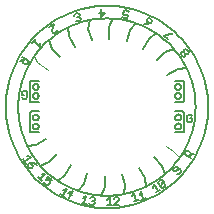
<source format=gto>
G75*
G70*
%OFA0B0*%
%FSLAX24Y24*%
%IPPOS*%
%LPD*%
%AMOC8*
5,1,8,0,0,1.08239X$1,22.5*
%
%ADD10C,0.0060*%
%ADD11C,0.0039*%
%ADD12C,0.0050*%
D10*
X002817Y002951D02*
X002883Y002895D01*
X002944Y002900D01*
X003000Y002967D01*
X002995Y003028D01*
X002962Y003056D01*
X002867Y003078D01*
X002951Y003178D01*
X003084Y003066D01*
X002812Y003012D02*
X002817Y002951D01*
X002726Y003032D02*
X002604Y003155D01*
X002665Y003094D02*
X002849Y003278D01*
X002726Y003278D01*
X002556Y003575D02*
X002471Y003621D01*
X002350Y003642D01*
X002424Y003536D01*
X002414Y003475D01*
X002378Y003450D01*
X002318Y003461D01*
X002268Y003532D01*
X002279Y003592D01*
X002350Y003642D01*
X002193Y003605D02*
X002093Y003748D01*
X002143Y003677D02*
X002356Y003826D01*
X002235Y003847D01*
X003439Y002746D02*
X003558Y002778D01*
X003427Y002553D01*
X003352Y002596D02*
X003503Y002509D01*
X003586Y002627D02*
X003743Y002554D01*
X003759Y002690D02*
X003649Y002454D01*
X003586Y002627D02*
X003759Y002690D01*
X004113Y002474D02*
X004219Y002535D01*
X004152Y002284D01*
X004068Y002306D02*
X004236Y002261D01*
X004314Y002292D02*
X004349Y002242D01*
X004434Y002227D01*
X004484Y002262D01*
X004492Y002305D01*
X004457Y002355D01*
X004414Y002362D01*
X004457Y002355D02*
X004507Y002390D01*
X004515Y002433D01*
X004479Y002483D01*
X004394Y002498D01*
X004344Y002463D01*
X004901Y002398D02*
X004988Y002485D01*
X004988Y002225D01*
X004901Y002225D02*
X005075Y002225D01*
X005141Y002225D02*
X005315Y002398D01*
X005315Y002442D01*
X005271Y002485D01*
X005185Y002485D01*
X005141Y002442D01*
X005141Y002225D02*
X005315Y002225D01*
X005793Y002352D02*
X005960Y002397D01*
X006033Y002412D02*
X006200Y002457D01*
X006116Y002434D02*
X006049Y002686D01*
X005988Y002579D01*
X005809Y002626D02*
X005876Y002374D01*
X005748Y002519D02*
X005809Y002626D01*
X006446Y002806D02*
X006477Y002925D01*
X006607Y002699D01*
X006532Y002656D02*
X006683Y002743D01*
X006691Y002814D02*
X006754Y003050D01*
X006841Y002900D01*
X006825Y002841D01*
X006750Y002798D01*
X006691Y002814D01*
X006604Y002964D01*
X006620Y003023D01*
X006695Y003066D01*
X006754Y003050D01*
X007118Y003381D02*
X007149Y003350D01*
X007210Y003350D01*
X007302Y003442D01*
X007363Y003381D02*
X007241Y003503D01*
X007179Y003503D01*
X007118Y003442D01*
X007118Y003381D01*
X007241Y003258D02*
X007302Y003258D01*
X007363Y003319D01*
X007363Y003381D01*
X007701Y003787D02*
X007476Y003917D01*
X007541Y004029D01*
X007600Y004045D01*
X007675Y004002D01*
X007691Y003943D01*
X007626Y003830D01*
X007669Y003905D02*
X007788Y003937D01*
X007701Y004985D02*
X007615Y004985D01*
X007571Y005028D01*
X007571Y005202D01*
X007615Y005245D01*
X007701Y005245D01*
X007745Y005202D01*
X007745Y005115D02*
X007658Y005115D01*
X007745Y005115D02*
X007745Y005028D01*
X007701Y004985D01*
X007472Y007178D02*
X007412Y007189D01*
X007362Y007260D01*
X007372Y007320D01*
X007408Y007345D01*
X007468Y007334D01*
X007518Y007263D01*
X007507Y007203D01*
X007472Y007178D01*
X007518Y007263D02*
X007579Y007253D01*
X007614Y007277D01*
X007625Y007338D01*
X007575Y007409D01*
X007515Y007420D01*
X007479Y007395D01*
X007468Y007334D01*
X006942Y007752D02*
X006809Y007863D01*
X006837Y007897D01*
X007081Y007918D01*
X007109Y007951D01*
X006399Y008356D02*
X006383Y008416D01*
X006308Y008459D01*
X006248Y008443D01*
X006227Y008406D01*
X006243Y008346D01*
X006355Y008281D01*
X006399Y008356D01*
X006355Y008281D02*
X006237Y008250D01*
X006140Y008255D01*
X005577Y008442D02*
X005611Y008568D01*
X005516Y008549D01*
X005474Y008560D01*
X005443Y008613D01*
X005466Y008697D01*
X005519Y008727D01*
X005603Y008705D01*
X005633Y008652D01*
X005577Y008442D02*
X005410Y008487D01*
X004821Y008635D02*
X004648Y008635D01*
X004691Y008765D02*
X004691Y008505D01*
X004821Y008635D01*
X004030Y008432D02*
X004004Y008376D01*
X003923Y008347D01*
X003867Y008373D01*
X003919Y008484D02*
X003960Y008499D01*
X004015Y008473D01*
X004030Y008432D01*
X003960Y008499D02*
X003986Y008554D01*
X003971Y008595D01*
X003915Y008621D01*
X003834Y008591D01*
X003808Y008536D01*
X003239Y008066D02*
X003223Y008007D01*
X003148Y007964D01*
X003089Y007979D01*
X003067Y008017D01*
X003130Y008254D01*
X002980Y008167D01*
X002531Y007753D02*
X002409Y007630D01*
X002470Y007691D02*
X002654Y007507D01*
X002654Y007630D01*
X002308Y007045D02*
X002083Y007175D01*
X002158Y007132D02*
X002093Y007019D01*
X002109Y006960D01*
X002184Y006917D01*
X002243Y006932D01*
X002308Y007045D01*
X002115Y007057D02*
X001996Y007025D01*
X002101Y006035D02*
X002058Y005992D01*
X002058Y005905D01*
X002145Y005905D01*
X002231Y005992D02*
X002188Y006035D01*
X002101Y006035D01*
X002231Y005992D02*
X002231Y005818D01*
X002188Y005775D01*
X002101Y005775D01*
X002058Y005818D01*
D11*
X002933Y006715D02*
X002579Y006991D01*
X002460Y007188D01*
X006870Y004196D02*
X007106Y004038D01*
X007303Y003841D01*
D12*
X006739Y003546D02*
X006850Y003268D01*
X006739Y003546D02*
X006460Y003825D01*
X005975Y003478D02*
X006172Y003137D01*
X006207Y002839D01*
X005518Y002889D02*
X005475Y002592D01*
X005518Y002889D02*
X005416Y003269D01*
X004823Y003211D02*
X004823Y002818D01*
X004705Y002542D01*
X004132Y002929D02*
X004234Y003310D01*
X004132Y002929D02*
X003947Y002694D01*
X003495Y003216D02*
X003691Y003557D01*
X003495Y003216D02*
X003255Y003036D01*
X002953Y003658D02*
X003231Y003936D01*
X002953Y003658D02*
X002674Y003546D01*
X002544Y004225D02*
X002246Y004189D01*
X002544Y004225D02*
X002884Y004421D01*
X002625Y004647D02*
X002375Y004647D01*
X002362Y004649D01*
X002350Y004654D01*
X002340Y004662D01*
X002332Y004672D01*
X002327Y004684D01*
X002325Y004697D01*
X002325Y005297D01*
X002327Y005310D01*
X002332Y005322D01*
X002340Y005332D01*
X002350Y005340D01*
X002362Y005345D01*
X002375Y005347D01*
X002625Y005347D01*
X002425Y005147D02*
X002427Y005167D01*
X002433Y005185D01*
X002442Y005203D01*
X002454Y005218D01*
X002469Y005230D01*
X002487Y005239D01*
X002505Y005245D01*
X002525Y005247D01*
X002545Y005245D01*
X002563Y005239D01*
X002581Y005230D01*
X002596Y005218D01*
X002608Y005203D01*
X002617Y005185D01*
X002623Y005167D01*
X002625Y005147D01*
X002623Y005127D01*
X002617Y005109D01*
X002608Y005091D01*
X002596Y005076D01*
X002581Y005064D01*
X002563Y005055D01*
X002545Y005049D01*
X002525Y005047D01*
X002505Y005049D01*
X002487Y005055D01*
X002469Y005064D01*
X002454Y005076D01*
X002442Y005091D01*
X002433Y005109D01*
X002427Y005127D01*
X002425Y005147D01*
X002425Y004847D02*
X002427Y004867D01*
X002433Y004885D01*
X002442Y004903D01*
X002454Y004918D01*
X002469Y004930D01*
X002487Y004939D01*
X002505Y004945D01*
X002525Y004947D01*
X002545Y004945D01*
X002563Y004939D01*
X002581Y004930D01*
X002596Y004918D01*
X002608Y004903D01*
X002617Y004885D01*
X002623Y004867D01*
X002625Y004847D01*
X002623Y004827D01*
X002617Y004809D01*
X002608Y004791D01*
X002596Y004776D01*
X002581Y004764D01*
X002563Y004755D01*
X002545Y004749D01*
X002525Y004747D01*
X002505Y004749D01*
X002487Y004755D01*
X002469Y004764D01*
X002454Y004776D01*
X002442Y004791D01*
X002433Y004809D01*
X002427Y004827D01*
X002425Y004847D01*
X002375Y005671D02*
X002625Y005671D01*
X002425Y005871D02*
X002427Y005891D01*
X002433Y005909D01*
X002442Y005927D01*
X002454Y005942D01*
X002469Y005954D01*
X002487Y005963D01*
X002505Y005969D01*
X002525Y005971D01*
X002545Y005969D01*
X002563Y005963D01*
X002581Y005954D01*
X002596Y005942D01*
X002608Y005927D01*
X002617Y005909D01*
X002623Y005891D01*
X002625Y005871D01*
X002623Y005851D01*
X002617Y005833D01*
X002608Y005815D01*
X002596Y005800D01*
X002581Y005788D01*
X002563Y005779D01*
X002545Y005773D01*
X002525Y005771D01*
X002505Y005773D01*
X002487Y005779D01*
X002469Y005788D01*
X002454Y005800D01*
X002442Y005815D01*
X002433Y005833D01*
X002427Y005851D01*
X002425Y005871D01*
X002325Y005721D02*
X002327Y005708D01*
X002332Y005696D01*
X002340Y005686D01*
X002350Y005678D01*
X002362Y005673D01*
X002375Y005671D01*
X002325Y005721D02*
X002325Y006321D01*
X002327Y006334D01*
X002332Y006346D01*
X002340Y006356D01*
X002350Y006364D01*
X002362Y006369D01*
X002375Y006371D01*
X002625Y006371D01*
X002425Y006171D02*
X002427Y006191D01*
X002433Y006209D01*
X002442Y006227D01*
X002454Y006242D01*
X002469Y006254D01*
X002487Y006263D01*
X002505Y006269D01*
X002525Y006271D01*
X002545Y006269D01*
X002563Y006263D01*
X002581Y006254D01*
X002596Y006242D01*
X002608Y006227D01*
X002617Y006209D01*
X002623Y006191D01*
X002625Y006171D01*
X002623Y006151D01*
X002617Y006133D01*
X002608Y006115D01*
X002596Y006100D01*
X002581Y006088D01*
X002563Y006079D01*
X002545Y006073D01*
X002525Y006071D01*
X002505Y006073D01*
X002487Y006079D01*
X002469Y006088D01*
X002454Y006100D01*
X002442Y006115D01*
X002433Y006133D01*
X002427Y006151D01*
X002425Y006171D01*
X003342Y007165D02*
X003064Y007444D01*
X002953Y007722D01*
X003631Y007853D02*
X003828Y007512D01*
X003631Y007853D02*
X003595Y008151D01*
X004285Y008101D02*
X004386Y007721D01*
X004285Y008101D02*
X004327Y008398D01*
X004980Y008172D02*
X004980Y007778D01*
X004980Y008172D02*
X005098Y008448D01*
X005670Y008061D02*
X005568Y007680D01*
X005670Y008061D02*
X005856Y008296D01*
X006308Y007774D02*
X006111Y007433D01*
X006308Y007774D02*
X006548Y007954D01*
X006850Y007332D02*
X007128Y007444D01*
X006850Y007332D02*
X006572Y007054D01*
X006918Y006569D02*
X007259Y006765D01*
X007557Y006801D01*
X007425Y006371D02*
X007175Y006371D01*
X007175Y006171D02*
X007177Y006191D01*
X007183Y006209D01*
X007192Y006227D01*
X007204Y006242D01*
X007219Y006254D01*
X007237Y006263D01*
X007255Y006269D01*
X007275Y006271D01*
X007295Y006269D01*
X007313Y006263D01*
X007331Y006254D01*
X007346Y006242D01*
X007358Y006227D01*
X007367Y006209D01*
X007373Y006191D01*
X007375Y006171D01*
X007373Y006151D01*
X007367Y006133D01*
X007358Y006115D01*
X007346Y006100D01*
X007331Y006088D01*
X007313Y006079D01*
X007295Y006073D01*
X007275Y006071D01*
X007255Y006073D01*
X007237Y006079D01*
X007219Y006088D01*
X007204Y006100D01*
X007192Y006115D01*
X007183Y006133D01*
X007177Y006151D01*
X007175Y006171D01*
X007425Y006371D02*
X007438Y006369D01*
X007450Y006364D01*
X007460Y006356D01*
X007468Y006346D01*
X007473Y006334D01*
X007475Y006321D01*
X007475Y005721D01*
X007473Y005708D01*
X007468Y005696D01*
X007460Y005686D01*
X007450Y005678D01*
X007438Y005673D01*
X007425Y005671D01*
X007175Y005671D01*
X007175Y005871D02*
X007177Y005891D01*
X007183Y005909D01*
X007192Y005927D01*
X007204Y005942D01*
X007219Y005954D01*
X007237Y005963D01*
X007255Y005969D01*
X007275Y005971D01*
X007295Y005969D01*
X007313Y005963D01*
X007331Y005954D01*
X007346Y005942D01*
X007358Y005927D01*
X007367Y005909D01*
X007373Y005891D01*
X007375Y005871D01*
X007373Y005851D01*
X007367Y005833D01*
X007358Y005815D01*
X007346Y005800D01*
X007331Y005788D01*
X007313Y005779D01*
X007295Y005773D01*
X007275Y005771D01*
X007255Y005773D01*
X007237Y005779D01*
X007219Y005788D01*
X007204Y005800D01*
X007192Y005815D01*
X007183Y005833D01*
X007177Y005851D01*
X007175Y005871D01*
X007175Y005347D02*
X007425Y005347D01*
X007438Y005345D01*
X007450Y005340D01*
X007460Y005332D01*
X007468Y005322D01*
X007473Y005310D01*
X007475Y005297D01*
X007475Y004697D01*
X007473Y004684D01*
X007468Y004672D01*
X007460Y004662D01*
X007450Y004654D01*
X007438Y004649D01*
X007425Y004647D01*
X007175Y004647D01*
X007175Y004847D02*
X007177Y004867D01*
X007183Y004885D01*
X007192Y004903D01*
X007204Y004918D01*
X007219Y004930D01*
X007237Y004939D01*
X007255Y004945D01*
X007275Y004947D01*
X007295Y004945D01*
X007313Y004939D01*
X007331Y004930D01*
X007346Y004918D01*
X007358Y004903D01*
X007367Y004885D01*
X007373Y004867D01*
X007375Y004847D01*
X007373Y004827D01*
X007367Y004809D01*
X007358Y004791D01*
X007346Y004776D01*
X007331Y004764D01*
X007313Y004755D01*
X007295Y004749D01*
X007275Y004747D01*
X007255Y004749D01*
X007237Y004755D01*
X007219Y004764D01*
X007204Y004776D01*
X007192Y004791D01*
X007183Y004809D01*
X007177Y004827D01*
X007175Y004847D01*
X007175Y005147D02*
X007177Y005167D01*
X007183Y005185D01*
X007192Y005203D01*
X007204Y005218D01*
X007219Y005230D01*
X007237Y005239D01*
X007255Y005245D01*
X007275Y005247D01*
X007295Y005245D01*
X007313Y005239D01*
X007331Y005230D01*
X007346Y005218D01*
X007358Y005203D01*
X007367Y005185D01*
X007373Y005167D01*
X007375Y005147D01*
X007373Y005127D01*
X007367Y005109D01*
X007358Y005091D01*
X007346Y005076D01*
X007331Y005064D01*
X007313Y005055D01*
X007295Y005049D01*
X007275Y005047D01*
X007255Y005049D01*
X007237Y005055D01*
X007219Y005064D01*
X007204Y005076D01*
X007192Y005091D01*
X007183Y005109D01*
X007177Y005127D01*
X007175Y005147D01*
X001948Y005495D02*
X001952Y005640D01*
X001962Y005784D01*
X001980Y005928D01*
X002005Y006071D01*
X002036Y006213D01*
X002075Y006352D01*
X002121Y006490D01*
X002173Y006625D01*
X002232Y006758D01*
X002297Y006887D01*
X002368Y007013D01*
X002446Y007136D01*
X002529Y007254D01*
X002618Y007368D01*
X002713Y007478D01*
X002813Y007583D01*
X002918Y007683D01*
X003028Y007778D01*
X003142Y007867D01*
X003260Y007950D01*
X003383Y008028D01*
X003509Y008099D01*
X003638Y008164D01*
X003771Y008223D01*
X003906Y008275D01*
X004044Y008321D01*
X004183Y008360D01*
X004325Y008391D01*
X004468Y008416D01*
X004612Y008434D01*
X004756Y008444D01*
X004901Y008448D01*
X005046Y008444D01*
X005190Y008434D01*
X005334Y008416D01*
X005477Y008391D01*
X005619Y008360D01*
X005758Y008321D01*
X005896Y008275D01*
X006031Y008223D01*
X006164Y008164D01*
X006293Y008099D01*
X006419Y008028D01*
X006542Y007950D01*
X006660Y007867D01*
X006774Y007778D01*
X006884Y007683D01*
X006989Y007583D01*
X007089Y007478D01*
X007184Y007368D01*
X007273Y007254D01*
X007356Y007136D01*
X007434Y007013D01*
X007505Y006887D01*
X007570Y006758D01*
X007629Y006625D01*
X007681Y006490D01*
X007727Y006352D01*
X007766Y006213D01*
X007797Y006071D01*
X007822Y005928D01*
X007840Y005784D01*
X007850Y005640D01*
X007854Y005495D01*
X007850Y005350D01*
X007840Y005206D01*
X007822Y005062D01*
X007797Y004919D01*
X007766Y004777D01*
X007727Y004638D01*
X007681Y004500D01*
X007629Y004365D01*
X007570Y004232D01*
X007505Y004103D01*
X007434Y003977D01*
X007356Y003854D01*
X007273Y003736D01*
X007184Y003622D01*
X007089Y003512D01*
X006989Y003407D01*
X006884Y003307D01*
X006774Y003212D01*
X006660Y003123D01*
X006542Y003040D01*
X006419Y002962D01*
X006293Y002891D01*
X006164Y002826D01*
X006031Y002767D01*
X005896Y002715D01*
X005758Y002669D01*
X005619Y002630D01*
X005477Y002599D01*
X005334Y002574D01*
X005190Y002556D01*
X005046Y002546D01*
X004901Y002542D01*
X004756Y002546D01*
X004612Y002556D01*
X004468Y002574D01*
X004325Y002599D01*
X004183Y002630D01*
X004044Y002669D01*
X003906Y002715D01*
X003771Y002767D01*
X003638Y002826D01*
X003509Y002891D01*
X003383Y002962D01*
X003260Y003040D01*
X003142Y003123D01*
X003028Y003212D01*
X002918Y003307D01*
X002813Y003407D01*
X002713Y003512D01*
X002618Y003622D01*
X002529Y003736D01*
X002446Y003854D01*
X002368Y003977D01*
X002297Y004103D01*
X002232Y004232D01*
X002173Y004365D01*
X002121Y004500D01*
X002075Y004638D01*
X002036Y004777D01*
X002005Y004919D01*
X001980Y005062D01*
X001962Y005206D01*
X001952Y005350D01*
X001948Y005495D01*
X001531Y005495D02*
X001535Y005660D01*
X001547Y005825D01*
X001567Y005989D01*
X001596Y006152D01*
X001632Y006314D01*
X001676Y006473D01*
X001728Y006630D01*
X001788Y006785D01*
X001855Y006936D01*
X001929Y007084D01*
X002010Y007228D01*
X002099Y007367D01*
X002194Y007503D01*
X002296Y007633D01*
X002404Y007758D01*
X002518Y007878D01*
X002638Y007992D01*
X002763Y008100D01*
X002893Y008202D01*
X003029Y008297D01*
X003168Y008386D01*
X003312Y008467D01*
X003460Y008541D01*
X003611Y008608D01*
X003766Y008668D01*
X003923Y008720D01*
X004082Y008764D01*
X004244Y008800D01*
X004407Y008829D01*
X004571Y008849D01*
X004736Y008861D01*
X004901Y008865D01*
X005066Y008861D01*
X005231Y008849D01*
X005395Y008829D01*
X005558Y008800D01*
X005720Y008764D01*
X005879Y008720D01*
X006036Y008668D01*
X006191Y008608D01*
X006342Y008541D01*
X006490Y008467D01*
X006634Y008386D01*
X006773Y008297D01*
X006909Y008202D01*
X007039Y008100D01*
X007164Y007992D01*
X007284Y007878D01*
X007398Y007758D01*
X007506Y007633D01*
X007608Y007503D01*
X007703Y007367D01*
X007792Y007228D01*
X007873Y007084D01*
X007947Y006936D01*
X008014Y006785D01*
X008074Y006630D01*
X008126Y006473D01*
X008170Y006314D01*
X008206Y006152D01*
X008235Y005989D01*
X008255Y005825D01*
X008267Y005660D01*
X008271Y005495D01*
X008267Y005330D01*
X008255Y005165D01*
X008235Y005001D01*
X008206Y004838D01*
X008170Y004676D01*
X008126Y004517D01*
X008074Y004360D01*
X008014Y004205D01*
X007947Y004054D01*
X007873Y003906D01*
X007792Y003762D01*
X007703Y003623D01*
X007608Y003487D01*
X007506Y003357D01*
X007398Y003232D01*
X007284Y003112D01*
X007164Y002998D01*
X007039Y002890D01*
X006909Y002788D01*
X006773Y002693D01*
X006634Y002604D01*
X006490Y002523D01*
X006342Y002449D01*
X006191Y002382D01*
X006036Y002322D01*
X005879Y002270D01*
X005720Y002226D01*
X005558Y002190D01*
X005395Y002161D01*
X005231Y002141D01*
X005066Y002129D01*
X004901Y002125D01*
X004736Y002129D01*
X004571Y002141D01*
X004407Y002161D01*
X004244Y002190D01*
X004082Y002226D01*
X003923Y002270D01*
X003766Y002322D01*
X003611Y002382D01*
X003460Y002449D01*
X003312Y002523D01*
X003168Y002604D01*
X003029Y002693D01*
X002893Y002788D01*
X002763Y002890D01*
X002638Y002998D01*
X002518Y003112D01*
X002404Y003232D01*
X002296Y003357D01*
X002194Y003487D01*
X002099Y003623D01*
X002010Y003762D01*
X001929Y003906D01*
X001855Y004054D01*
X001788Y004205D01*
X001728Y004360D01*
X001676Y004517D01*
X001632Y004676D01*
X001596Y004838D01*
X001567Y005001D01*
X001547Y005165D01*
X001535Y005330D01*
X001531Y005495D01*
X001948Y005495D02*
X001952Y005640D01*
X001962Y005784D01*
X001980Y005928D01*
X002005Y006071D01*
X002036Y006213D01*
X002075Y006352D01*
X002121Y006490D01*
X002173Y006625D01*
X002232Y006758D01*
X002297Y006887D01*
X002368Y007013D01*
X002446Y007136D01*
X002529Y007254D01*
X002618Y007368D01*
X002713Y007478D01*
X002813Y007583D01*
X002918Y007683D01*
X003028Y007778D01*
X003142Y007867D01*
X003260Y007950D01*
X003383Y008028D01*
X003509Y008099D01*
X003638Y008164D01*
X003771Y008223D01*
X003906Y008275D01*
X004044Y008321D01*
X004183Y008360D01*
X004325Y008391D01*
X004468Y008416D01*
X004612Y008434D01*
X004756Y008444D01*
X004901Y008448D01*
X005046Y008444D01*
X005190Y008434D01*
X005334Y008416D01*
X005477Y008391D01*
X005619Y008360D01*
X005758Y008321D01*
X005896Y008275D01*
X006031Y008223D01*
X006164Y008164D01*
X006293Y008099D01*
X006419Y008028D01*
X006542Y007950D01*
X006660Y007867D01*
X006774Y007778D01*
X006884Y007683D01*
X006989Y007583D01*
X007089Y007478D01*
X007184Y007368D01*
X007273Y007254D01*
X007356Y007136D01*
X007434Y007013D01*
X007505Y006887D01*
X007570Y006758D01*
X007629Y006625D01*
X007681Y006490D01*
X007727Y006352D01*
X007766Y006213D01*
X007797Y006071D01*
X007822Y005928D01*
X007840Y005784D01*
X007850Y005640D01*
X007854Y005495D01*
X007850Y005350D01*
X007840Y005206D01*
X007822Y005062D01*
X007797Y004919D01*
X007766Y004777D01*
X007727Y004638D01*
X007681Y004500D01*
X007629Y004365D01*
X007570Y004232D01*
X007505Y004103D01*
X007434Y003977D01*
X007356Y003854D01*
X007273Y003736D01*
X007184Y003622D01*
X007089Y003512D01*
X006989Y003407D01*
X006884Y003307D01*
X006774Y003212D01*
X006660Y003123D01*
X006542Y003040D01*
X006419Y002962D01*
X006293Y002891D01*
X006164Y002826D01*
X006031Y002767D01*
X005896Y002715D01*
X005758Y002669D01*
X005619Y002630D01*
X005477Y002599D01*
X005334Y002574D01*
X005190Y002556D01*
X005046Y002546D01*
X004901Y002542D01*
X004756Y002546D01*
X004612Y002556D01*
X004468Y002574D01*
X004325Y002599D01*
X004183Y002630D01*
X004044Y002669D01*
X003906Y002715D01*
X003771Y002767D01*
X003638Y002826D01*
X003509Y002891D01*
X003383Y002962D01*
X003260Y003040D01*
X003142Y003123D01*
X003028Y003212D01*
X002918Y003307D01*
X002813Y003407D01*
X002713Y003512D01*
X002618Y003622D01*
X002529Y003736D01*
X002446Y003854D01*
X002368Y003977D01*
X002297Y004103D01*
X002232Y004232D01*
X002173Y004365D01*
X002121Y004500D01*
X002075Y004638D01*
X002036Y004777D01*
X002005Y004919D01*
X001980Y005062D01*
X001962Y005206D01*
X001952Y005350D01*
X001948Y005495D01*
X001531Y005495D02*
X001535Y005660D01*
X001547Y005825D01*
X001567Y005989D01*
X001596Y006152D01*
X001632Y006314D01*
X001676Y006473D01*
X001728Y006630D01*
X001788Y006785D01*
X001855Y006936D01*
X001929Y007084D01*
X002010Y007228D01*
X002099Y007367D01*
X002194Y007503D01*
X002296Y007633D01*
X002404Y007758D01*
X002518Y007878D01*
X002638Y007992D01*
X002763Y008100D01*
X002893Y008202D01*
X003029Y008297D01*
X003168Y008386D01*
X003312Y008467D01*
X003460Y008541D01*
X003611Y008608D01*
X003766Y008668D01*
X003923Y008720D01*
X004082Y008764D01*
X004244Y008800D01*
X004407Y008829D01*
X004571Y008849D01*
X004736Y008861D01*
X004901Y008865D01*
X005066Y008861D01*
X005231Y008849D01*
X005395Y008829D01*
X005558Y008800D01*
X005720Y008764D01*
X005879Y008720D01*
X006036Y008668D01*
X006191Y008608D01*
X006342Y008541D01*
X006490Y008467D01*
X006634Y008386D01*
X006773Y008297D01*
X006909Y008202D01*
X007039Y008100D01*
X007164Y007992D01*
X007284Y007878D01*
X007398Y007758D01*
X007506Y007633D01*
X007608Y007503D01*
X007703Y007367D01*
X007792Y007228D01*
X007873Y007084D01*
X007947Y006936D01*
X008014Y006785D01*
X008074Y006630D01*
X008126Y006473D01*
X008170Y006314D01*
X008206Y006152D01*
X008235Y005989D01*
X008255Y005825D01*
X008267Y005660D01*
X008271Y005495D01*
X008267Y005330D01*
X008255Y005165D01*
X008235Y005001D01*
X008206Y004838D01*
X008170Y004676D01*
X008126Y004517D01*
X008074Y004360D01*
X008014Y004205D01*
X007947Y004054D01*
X007873Y003906D01*
X007792Y003762D01*
X007703Y003623D01*
X007608Y003487D01*
X007506Y003357D01*
X007398Y003232D01*
X007284Y003112D01*
X007164Y002998D01*
X007039Y002890D01*
X006909Y002788D01*
X006773Y002693D01*
X006634Y002604D01*
X006490Y002523D01*
X006342Y002449D01*
X006191Y002382D01*
X006036Y002322D01*
X005879Y002270D01*
X005720Y002226D01*
X005558Y002190D01*
X005395Y002161D01*
X005231Y002141D01*
X005066Y002129D01*
X004901Y002125D01*
X004736Y002129D01*
X004571Y002141D01*
X004407Y002161D01*
X004244Y002190D01*
X004082Y002226D01*
X003923Y002270D01*
X003766Y002322D01*
X003611Y002382D01*
X003460Y002449D01*
X003312Y002523D01*
X003168Y002604D01*
X003029Y002693D01*
X002893Y002788D01*
X002763Y002890D01*
X002638Y002998D01*
X002518Y003112D01*
X002404Y003232D01*
X002296Y003357D01*
X002194Y003487D01*
X002099Y003623D01*
X002010Y003762D01*
X001929Y003906D01*
X001855Y004054D01*
X001788Y004205D01*
X001728Y004360D01*
X001676Y004517D01*
X001632Y004676D01*
X001596Y004838D01*
X001567Y005001D01*
X001547Y005165D01*
X001535Y005330D01*
X001531Y005495D01*
X001948Y005495D02*
X001952Y005640D01*
X001962Y005784D01*
X001980Y005928D01*
X002005Y006071D01*
X002036Y006213D01*
X002075Y006352D01*
X002121Y006490D01*
X002173Y006625D01*
X002232Y006758D01*
X002297Y006887D01*
X002368Y007013D01*
X002446Y007136D01*
X002529Y007254D01*
X002618Y007368D01*
X002713Y007478D01*
X002813Y007583D01*
X002918Y007683D01*
X003028Y007778D01*
X003142Y007867D01*
X003260Y007950D01*
X003383Y008028D01*
X003509Y008099D01*
X003638Y008164D01*
X003771Y008223D01*
X003906Y008275D01*
X004044Y008321D01*
X004183Y008360D01*
X004325Y008391D01*
X004468Y008416D01*
X004612Y008434D01*
X004756Y008444D01*
X004901Y008448D01*
X005046Y008444D01*
X005190Y008434D01*
X005334Y008416D01*
X005477Y008391D01*
X005619Y008360D01*
X005758Y008321D01*
X005896Y008275D01*
X006031Y008223D01*
X006164Y008164D01*
X006293Y008099D01*
X006419Y008028D01*
X006542Y007950D01*
X006660Y007867D01*
X006774Y007778D01*
X006884Y007683D01*
X006989Y007583D01*
X007089Y007478D01*
X007184Y007368D01*
X007273Y007254D01*
X007356Y007136D01*
X007434Y007013D01*
X007505Y006887D01*
X007570Y006758D01*
X007629Y006625D01*
X007681Y006490D01*
X007727Y006352D01*
X007766Y006213D01*
X007797Y006071D01*
X007822Y005928D01*
X007840Y005784D01*
X007850Y005640D01*
X007854Y005495D01*
X007850Y005350D01*
X007840Y005206D01*
X007822Y005062D01*
X007797Y004919D01*
X007766Y004777D01*
X007727Y004638D01*
X007681Y004500D01*
X007629Y004365D01*
X007570Y004232D01*
X007505Y004103D01*
X007434Y003977D01*
X007356Y003854D01*
X007273Y003736D01*
X007184Y003622D01*
X007089Y003512D01*
X006989Y003407D01*
X006884Y003307D01*
X006774Y003212D01*
X006660Y003123D01*
X006542Y003040D01*
X006419Y002962D01*
X006293Y002891D01*
X006164Y002826D01*
X006031Y002767D01*
X005896Y002715D01*
X005758Y002669D01*
X005619Y002630D01*
X005477Y002599D01*
X005334Y002574D01*
X005190Y002556D01*
X005046Y002546D01*
X004901Y002542D01*
X004756Y002546D01*
X004612Y002556D01*
X004468Y002574D01*
X004325Y002599D01*
X004183Y002630D01*
X004044Y002669D01*
X003906Y002715D01*
X003771Y002767D01*
X003638Y002826D01*
X003509Y002891D01*
X003383Y002962D01*
X003260Y003040D01*
X003142Y003123D01*
X003028Y003212D01*
X002918Y003307D01*
X002813Y003407D01*
X002713Y003512D01*
X002618Y003622D01*
X002529Y003736D01*
X002446Y003854D01*
X002368Y003977D01*
X002297Y004103D01*
X002232Y004232D01*
X002173Y004365D01*
X002121Y004500D01*
X002075Y004638D01*
X002036Y004777D01*
X002005Y004919D01*
X001980Y005062D01*
X001962Y005206D01*
X001952Y005350D01*
X001948Y005495D01*
X001531Y005495D02*
X001535Y005660D01*
X001547Y005825D01*
X001567Y005989D01*
X001596Y006152D01*
X001632Y006314D01*
X001676Y006473D01*
X001728Y006630D01*
X001788Y006785D01*
X001855Y006936D01*
X001929Y007084D01*
X002010Y007228D01*
X002099Y007367D01*
X002194Y007503D01*
X002296Y007633D01*
X002404Y007758D01*
X002518Y007878D01*
X002638Y007992D01*
X002763Y008100D01*
X002893Y008202D01*
X003029Y008297D01*
X003168Y008386D01*
X003312Y008467D01*
X003460Y008541D01*
X003611Y008608D01*
X003766Y008668D01*
X003923Y008720D01*
X004082Y008764D01*
X004244Y008800D01*
X004407Y008829D01*
X004571Y008849D01*
X004736Y008861D01*
X004901Y008865D01*
X005066Y008861D01*
X005231Y008849D01*
X005395Y008829D01*
X005558Y008800D01*
X005720Y008764D01*
X005879Y008720D01*
X006036Y008668D01*
X006191Y008608D01*
X006342Y008541D01*
X006490Y008467D01*
X006634Y008386D01*
X006773Y008297D01*
X006909Y008202D01*
X007039Y008100D01*
X007164Y007992D01*
X007284Y007878D01*
X007398Y007758D01*
X007506Y007633D01*
X007608Y007503D01*
X007703Y007367D01*
X007792Y007228D01*
X007873Y007084D01*
X007947Y006936D01*
X008014Y006785D01*
X008074Y006630D01*
X008126Y006473D01*
X008170Y006314D01*
X008206Y006152D01*
X008235Y005989D01*
X008255Y005825D01*
X008267Y005660D01*
X008271Y005495D01*
X008267Y005330D01*
X008255Y005165D01*
X008235Y005001D01*
X008206Y004838D01*
X008170Y004676D01*
X008126Y004517D01*
X008074Y004360D01*
X008014Y004205D01*
X007947Y004054D01*
X007873Y003906D01*
X007792Y003762D01*
X007703Y003623D01*
X007608Y003487D01*
X007506Y003357D01*
X007398Y003232D01*
X007284Y003112D01*
X007164Y002998D01*
X007039Y002890D01*
X006909Y002788D01*
X006773Y002693D01*
X006634Y002604D01*
X006490Y002523D01*
X006342Y002449D01*
X006191Y002382D01*
X006036Y002322D01*
X005879Y002270D01*
X005720Y002226D01*
X005558Y002190D01*
X005395Y002161D01*
X005231Y002141D01*
X005066Y002129D01*
X004901Y002125D01*
X004736Y002129D01*
X004571Y002141D01*
X004407Y002161D01*
X004244Y002190D01*
X004082Y002226D01*
X003923Y002270D01*
X003766Y002322D01*
X003611Y002382D01*
X003460Y002449D01*
X003312Y002523D01*
X003168Y002604D01*
X003029Y002693D01*
X002893Y002788D01*
X002763Y002890D01*
X002638Y002998D01*
X002518Y003112D01*
X002404Y003232D01*
X002296Y003357D01*
X002194Y003487D01*
X002099Y003623D01*
X002010Y003762D01*
X001929Y003906D01*
X001855Y004054D01*
X001788Y004205D01*
X001728Y004360D01*
X001676Y004517D01*
X001632Y004676D01*
X001596Y004838D01*
X001567Y005001D01*
X001547Y005165D01*
X001535Y005330D01*
X001531Y005495D01*
X001948Y005495D02*
X001952Y005640D01*
X001962Y005784D01*
X001980Y005928D01*
X002005Y006071D01*
X002036Y006213D01*
X002075Y006352D01*
X002121Y006490D01*
X002173Y006625D01*
X002232Y006758D01*
X002297Y006887D01*
X002368Y007013D01*
X002446Y007136D01*
X002529Y007254D01*
X002618Y007368D01*
X002713Y007478D01*
X002813Y007583D01*
X002918Y007683D01*
X003028Y007778D01*
X003142Y007867D01*
X003260Y007950D01*
X003383Y008028D01*
X003509Y008099D01*
X003638Y008164D01*
X003771Y008223D01*
X003906Y008275D01*
X004044Y008321D01*
X004183Y008360D01*
X004325Y008391D01*
X004468Y008416D01*
X004612Y008434D01*
X004756Y008444D01*
X004901Y008448D01*
X005046Y008444D01*
X005190Y008434D01*
X005334Y008416D01*
X005477Y008391D01*
X005619Y008360D01*
X005758Y008321D01*
X005896Y008275D01*
X006031Y008223D01*
X006164Y008164D01*
X006293Y008099D01*
X006419Y008028D01*
X006542Y007950D01*
X006660Y007867D01*
X006774Y007778D01*
X006884Y007683D01*
X006989Y007583D01*
X007089Y007478D01*
X007184Y007368D01*
X007273Y007254D01*
X007356Y007136D01*
X007434Y007013D01*
X007505Y006887D01*
X007570Y006758D01*
X007629Y006625D01*
X007681Y006490D01*
X007727Y006352D01*
X007766Y006213D01*
X007797Y006071D01*
X007822Y005928D01*
X007840Y005784D01*
X007850Y005640D01*
X007854Y005495D01*
X007850Y005350D01*
X007840Y005206D01*
X007822Y005062D01*
X007797Y004919D01*
X007766Y004777D01*
X007727Y004638D01*
X007681Y004500D01*
X007629Y004365D01*
X007570Y004232D01*
X007505Y004103D01*
X007434Y003977D01*
X007356Y003854D01*
X007273Y003736D01*
X007184Y003622D01*
X007089Y003512D01*
X006989Y003407D01*
X006884Y003307D01*
X006774Y003212D01*
X006660Y003123D01*
X006542Y003040D01*
X006419Y002962D01*
X006293Y002891D01*
X006164Y002826D01*
X006031Y002767D01*
X005896Y002715D01*
X005758Y002669D01*
X005619Y002630D01*
X005477Y002599D01*
X005334Y002574D01*
X005190Y002556D01*
X005046Y002546D01*
X004901Y002542D01*
X004756Y002546D01*
X004612Y002556D01*
X004468Y002574D01*
X004325Y002599D01*
X004183Y002630D01*
X004044Y002669D01*
X003906Y002715D01*
X003771Y002767D01*
X003638Y002826D01*
X003509Y002891D01*
X003383Y002962D01*
X003260Y003040D01*
X003142Y003123D01*
X003028Y003212D01*
X002918Y003307D01*
X002813Y003407D01*
X002713Y003512D01*
X002618Y003622D01*
X002529Y003736D01*
X002446Y003854D01*
X002368Y003977D01*
X002297Y004103D01*
X002232Y004232D01*
X002173Y004365D01*
X002121Y004500D01*
X002075Y004638D01*
X002036Y004777D01*
X002005Y004919D01*
X001980Y005062D01*
X001962Y005206D01*
X001952Y005350D01*
X001948Y005495D01*
X001531Y005495D02*
X001535Y005660D01*
X001547Y005825D01*
X001567Y005989D01*
X001596Y006152D01*
X001632Y006314D01*
X001676Y006473D01*
X001728Y006630D01*
X001788Y006785D01*
X001855Y006936D01*
X001929Y007084D01*
X002010Y007228D01*
X002099Y007367D01*
X002194Y007503D01*
X002296Y007633D01*
X002404Y007758D01*
X002518Y007878D01*
X002638Y007992D01*
X002763Y008100D01*
X002893Y008202D01*
X003029Y008297D01*
X003168Y008386D01*
X003312Y008467D01*
X003460Y008541D01*
X003611Y008608D01*
X003766Y008668D01*
X003923Y008720D01*
X004082Y008764D01*
X004244Y008800D01*
X004407Y008829D01*
X004571Y008849D01*
X004736Y008861D01*
X004901Y008865D01*
X005066Y008861D01*
X005231Y008849D01*
X005395Y008829D01*
X005558Y008800D01*
X005720Y008764D01*
X005879Y008720D01*
X006036Y008668D01*
X006191Y008608D01*
X006342Y008541D01*
X006490Y008467D01*
X006634Y008386D01*
X006773Y008297D01*
X006909Y008202D01*
X007039Y008100D01*
X007164Y007992D01*
X007284Y007878D01*
X007398Y007758D01*
X007506Y007633D01*
X007608Y007503D01*
X007703Y007367D01*
X007792Y007228D01*
X007873Y007084D01*
X007947Y006936D01*
X008014Y006785D01*
X008074Y006630D01*
X008126Y006473D01*
X008170Y006314D01*
X008206Y006152D01*
X008235Y005989D01*
X008255Y005825D01*
X008267Y005660D01*
X008271Y005495D01*
X008267Y005330D01*
X008255Y005165D01*
X008235Y005001D01*
X008206Y004838D01*
X008170Y004676D01*
X008126Y004517D01*
X008074Y004360D01*
X008014Y004205D01*
X007947Y004054D01*
X007873Y003906D01*
X007792Y003762D01*
X007703Y003623D01*
X007608Y003487D01*
X007506Y003357D01*
X007398Y003232D01*
X007284Y003112D01*
X007164Y002998D01*
X007039Y002890D01*
X006909Y002788D01*
X006773Y002693D01*
X006634Y002604D01*
X006490Y002523D01*
X006342Y002449D01*
X006191Y002382D01*
X006036Y002322D01*
X005879Y002270D01*
X005720Y002226D01*
X005558Y002190D01*
X005395Y002161D01*
X005231Y002141D01*
X005066Y002129D01*
X004901Y002125D01*
X004736Y002129D01*
X004571Y002141D01*
X004407Y002161D01*
X004244Y002190D01*
X004082Y002226D01*
X003923Y002270D01*
X003766Y002322D01*
X003611Y002382D01*
X003460Y002449D01*
X003312Y002523D01*
X003168Y002604D01*
X003029Y002693D01*
X002893Y002788D01*
X002763Y002890D01*
X002638Y002998D01*
X002518Y003112D01*
X002404Y003232D01*
X002296Y003357D01*
X002194Y003487D01*
X002099Y003623D01*
X002010Y003762D01*
X001929Y003906D01*
X001855Y004054D01*
X001788Y004205D01*
X001728Y004360D01*
X001676Y004517D01*
X001632Y004676D01*
X001596Y004838D01*
X001567Y005001D01*
X001547Y005165D01*
X001535Y005330D01*
X001531Y005495D01*
X001948Y005495D02*
X001952Y005640D01*
X001962Y005784D01*
X001980Y005928D01*
X002005Y006071D01*
X002036Y006213D01*
X002075Y006352D01*
X002121Y006490D01*
X002173Y006625D01*
X002232Y006758D01*
X002297Y006887D01*
X002368Y007013D01*
X002446Y007136D01*
X002529Y007254D01*
X002618Y007368D01*
X002713Y007478D01*
X002813Y007583D01*
X002918Y007683D01*
X003028Y007778D01*
X003142Y007867D01*
X003260Y007950D01*
X003383Y008028D01*
X003509Y008099D01*
X003638Y008164D01*
X003771Y008223D01*
X003906Y008275D01*
X004044Y008321D01*
X004183Y008360D01*
X004325Y008391D01*
X004468Y008416D01*
X004612Y008434D01*
X004756Y008444D01*
X004901Y008448D01*
X005046Y008444D01*
X005190Y008434D01*
X005334Y008416D01*
X005477Y008391D01*
X005619Y008360D01*
X005758Y008321D01*
X005896Y008275D01*
X006031Y008223D01*
X006164Y008164D01*
X006293Y008099D01*
X006419Y008028D01*
X006542Y007950D01*
X006660Y007867D01*
X006774Y007778D01*
X006884Y007683D01*
X006989Y007583D01*
X007089Y007478D01*
X007184Y007368D01*
X007273Y007254D01*
X007356Y007136D01*
X007434Y007013D01*
X007505Y006887D01*
X007570Y006758D01*
X007629Y006625D01*
X007681Y006490D01*
X007727Y006352D01*
X007766Y006213D01*
X007797Y006071D01*
X007822Y005928D01*
X007840Y005784D01*
X007850Y005640D01*
X007854Y005495D01*
X007850Y005350D01*
X007840Y005206D01*
X007822Y005062D01*
X007797Y004919D01*
X007766Y004777D01*
X007727Y004638D01*
X007681Y004500D01*
X007629Y004365D01*
X007570Y004232D01*
X007505Y004103D01*
X007434Y003977D01*
X007356Y003854D01*
X007273Y003736D01*
X007184Y003622D01*
X007089Y003512D01*
X006989Y003407D01*
X006884Y003307D01*
X006774Y003212D01*
X006660Y003123D01*
X006542Y003040D01*
X006419Y002962D01*
X006293Y002891D01*
X006164Y002826D01*
X006031Y002767D01*
X005896Y002715D01*
X005758Y002669D01*
X005619Y002630D01*
X005477Y002599D01*
X005334Y002574D01*
X005190Y002556D01*
X005046Y002546D01*
X004901Y002542D01*
X004756Y002546D01*
X004612Y002556D01*
X004468Y002574D01*
X004325Y002599D01*
X004183Y002630D01*
X004044Y002669D01*
X003906Y002715D01*
X003771Y002767D01*
X003638Y002826D01*
X003509Y002891D01*
X003383Y002962D01*
X003260Y003040D01*
X003142Y003123D01*
X003028Y003212D01*
X002918Y003307D01*
X002813Y003407D01*
X002713Y003512D01*
X002618Y003622D01*
X002529Y003736D01*
X002446Y003854D01*
X002368Y003977D01*
X002297Y004103D01*
X002232Y004232D01*
X002173Y004365D01*
X002121Y004500D01*
X002075Y004638D01*
X002036Y004777D01*
X002005Y004919D01*
X001980Y005062D01*
X001962Y005206D01*
X001952Y005350D01*
X001948Y005495D01*
X001531Y005495D02*
X001535Y005660D01*
X001547Y005825D01*
X001567Y005989D01*
X001596Y006152D01*
X001632Y006314D01*
X001676Y006473D01*
X001728Y006630D01*
X001788Y006785D01*
X001855Y006936D01*
X001929Y007084D01*
X002010Y007228D01*
X002099Y007367D01*
X002194Y007503D01*
X002296Y007633D01*
X002404Y007758D01*
X002518Y007878D01*
X002638Y007992D01*
X002763Y008100D01*
X002893Y008202D01*
X003029Y008297D01*
X003168Y008386D01*
X003312Y008467D01*
X003460Y008541D01*
X003611Y008608D01*
X003766Y008668D01*
X003923Y008720D01*
X004082Y008764D01*
X004244Y008800D01*
X004407Y008829D01*
X004571Y008849D01*
X004736Y008861D01*
X004901Y008865D01*
X005066Y008861D01*
X005231Y008849D01*
X005395Y008829D01*
X005558Y008800D01*
X005720Y008764D01*
X005879Y008720D01*
X006036Y008668D01*
X006191Y008608D01*
X006342Y008541D01*
X006490Y008467D01*
X006634Y008386D01*
X006773Y008297D01*
X006909Y008202D01*
X007039Y008100D01*
X007164Y007992D01*
X007284Y007878D01*
X007398Y007758D01*
X007506Y007633D01*
X007608Y007503D01*
X007703Y007367D01*
X007792Y007228D01*
X007873Y007084D01*
X007947Y006936D01*
X008014Y006785D01*
X008074Y006630D01*
X008126Y006473D01*
X008170Y006314D01*
X008206Y006152D01*
X008235Y005989D01*
X008255Y005825D01*
X008267Y005660D01*
X008271Y005495D01*
X008267Y005330D01*
X008255Y005165D01*
X008235Y005001D01*
X008206Y004838D01*
X008170Y004676D01*
X008126Y004517D01*
X008074Y004360D01*
X008014Y004205D01*
X007947Y004054D01*
X007873Y003906D01*
X007792Y003762D01*
X007703Y003623D01*
X007608Y003487D01*
X007506Y003357D01*
X007398Y003232D01*
X007284Y003112D01*
X007164Y002998D01*
X007039Y002890D01*
X006909Y002788D01*
X006773Y002693D01*
X006634Y002604D01*
X006490Y002523D01*
X006342Y002449D01*
X006191Y002382D01*
X006036Y002322D01*
X005879Y002270D01*
X005720Y002226D01*
X005558Y002190D01*
X005395Y002161D01*
X005231Y002141D01*
X005066Y002129D01*
X004901Y002125D01*
X004736Y002129D01*
X004571Y002141D01*
X004407Y002161D01*
X004244Y002190D01*
X004082Y002226D01*
X003923Y002270D01*
X003766Y002322D01*
X003611Y002382D01*
X003460Y002449D01*
X003312Y002523D01*
X003168Y002604D01*
X003029Y002693D01*
X002893Y002788D01*
X002763Y002890D01*
X002638Y002998D01*
X002518Y003112D01*
X002404Y003232D01*
X002296Y003357D01*
X002194Y003487D01*
X002099Y003623D01*
X002010Y003762D01*
X001929Y003906D01*
X001855Y004054D01*
X001788Y004205D01*
X001728Y004360D01*
X001676Y004517D01*
X001632Y004676D01*
X001596Y004838D01*
X001567Y005001D01*
X001547Y005165D01*
X001535Y005330D01*
X001531Y005495D01*
X001948Y005495D02*
X001952Y005640D01*
X001962Y005784D01*
X001980Y005928D01*
X002005Y006071D01*
X002036Y006213D01*
X002075Y006352D01*
X002121Y006490D01*
X002173Y006625D01*
X002232Y006758D01*
X002297Y006887D01*
X002368Y007013D01*
X002446Y007136D01*
X002529Y007254D01*
X002618Y007368D01*
X002713Y007478D01*
X002813Y007583D01*
X002918Y007683D01*
X003028Y007778D01*
X003142Y007867D01*
X003260Y007950D01*
X003383Y008028D01*
X003509Y008099D01*
X003638Y008164D01*
X003771Y008223D01*
X003906Y008275D01*
X004044Y008321D01*
X004183Y008360D01*
X004325Y008391D01*
X004468Y008416D01*
X004612Y008434D01*
X004756Y008444D01*
X004901Y008448D01*
X005046Y008444D01*
X005190Y008434D01*
X005334Y008416D01*
X005477Y008391D01*
X005619Y008360D01*
X005758Y008321D01*
X005896Y008275D01*
X006031Y008223D01*
X006164Y008164D01*
X006293Y008099D01*
X006419Y008028D01*
X006542Y007950D01*
X006660Y007867D01*
X006774Y007778D01*
X006884Y007683D01*
X006989Y007583D01*
X007089Y007478D01*
X007184Y007368D01*
X007273Y007254D01*
X007356Y007136D01*
X007434Y007013D01*
X007505Y006887D01*
X007570Y006758D01*
X007629Y006625D01*
X007681Y006490D01*
X007727Y006352D01*
X007766Y006213D01*
X007797Y006071D01*
X007822Y005928D01*
X007840Y005784D01*
X007850Y005640D01*
X007854Y005495D01*
X007850Y005350D01*
X007840Y005206D01*
X007822Y005062D01*
X007797Y004919D01*
X007766Y004777D01*
X007727Y004638D01*
X007681Y004500D01*
X007629Y004365D01*
X007570Y004232D01*
X007505Y004103D01*
X007434Y003977D01*
X007356Y003854D01*
X007273Y003736D01*
X007184Y003622D01*
X007089Y003512D01*
X006989Y003407D01*
X006884Y003307D01*
X006774Y003212D01*
X006660Y003123D01*
X006542Y003040D01*
X006419Y002962D01*
X006293Y002891D01*
X006164Y002826D01*
X006031Y002767D01*
X005896Y002715D01*
X005758Y002669D01*
X005619Y002630D01*
X005477Y002599D01*
X005334Y002574D01*
X005190Y002556D01*
X005046Y002546D01*
X004901Y002542D01*
X004756Y002546D01*
X004612Y002556D01*
X004468Y002574D01*
X004325Y002599D01*
X004183Y002630D01*
X004044Y002669D01*
X003906Y002715D01*
X003771Y002767D01*
X003638Y002826D01*
X003509Y002891D01*
X003383Y002962D01*
X003260Y003040D01*
X003142Y003123D01*
X003028Y003212D01*
X002918Y003307D01*
X002813Y003407D01*
X002713Y003512D01*
X002618Y003622D01*
X002529Y003736D01*
X002446Y003854D01*
X002368Y003977D01*
X002297Y004103D01*
X002232Y004232D01*
X002173Y004365D01*
X002121Y004500D01*
X002075Y004638D01*
X002036Y004777D01*
X002005Y004919D01*
X001980Y005062D01*
X001962Y005206D01*
X001952Y005350D01*
X001948Y005495D01*
X001531Y005495D02*
X001535Y005660D01*
X001547Y005825D01*
X001567Y005989D01*
X001596Y006152D01*
X001632Y006314D01*
X001676Y006473D01*
X001728Y006630D01*
X001788Y006785D01*
X001855Y006936D01*
X001929Y007084D01*
X002010Y007228D01*
X002099Y007367D01*
X002194Y007503D01*
X002296Y007633D01*
X002404Y007758D01*
X002518Y007878D01*
X002638Y007992D01*
X002763Y008100D01*
X002893Y008202D01*
X003029Y008297D01*
X003168Y008386D01*
X003312Y008467D01*
X003460Y008541D01*
X003611Y008608D01*
X003766Y008668D01*
X003923Y008720D01*
X004082Y008764D01*
X004244Y008800D01*
X004407Y008829D01*
X004571Y008849D01*
X004736Y008861D01*
X004901Y008865D01*
X005066Y008861D01*
X005231Y008849D01*
X005395Y008829D01*
X005558Y008800D01*
X005720Y008764D01*
X005879Y008720D01*
X006036Y008668D01*
X006191Y008608D01*
X006342Y008541D01*
X006490Y008467D01*
X006634Y008386D01*
X006773Y008297D01*
X006909Y008202D01*
X007039Y008100D01*
X007164Y007992D01*
X007284Y007878D01*
X007398Y007758D01*
X007506Y007633D01*
X007608Y007503D01*
X007703Y007367D01*
X007792Y007228D01*
X007873Y007084D01*
X007947Y006936D01*
X008014Y006785D01*
X008074Y006630D01*
X008126Y006473D01*
X008170Y006314D01*
X008206Y006152D01*
X008235Y005989D01*
X008255Y005825D01*
X008267Y005660D01*
X008271Y005495D01*
X008267Y005330D01*
X008255Y005165D01*
X008235Y005001D01*
X008206Y004838D01*
X008170Y004676D01*
X008126Y004517D01*
X008074Y004360D01*
X008014Y004205D01*
X007947Y004054D01*
X007873Y003906D01*
X007792Y003762D01*
X007703Y003623D01*
X007608Y003487D01*
X007506Y003357D01*
X007398Y003232D01*
X007284Y003112D01*
X007164Y002998D01*
X007039Y002890D01*
X006909Y002788D01*
X006773Y002693D01*
X006634Y002604D01*
X006490Y002523D01*
X006342Y002449D01*
X006191Y002382D01*
X006036Y002322D01*
X005879Y002270D01*
X005720Y002226D01*
X005558Y002190D01*
X005395Y002161D01*
X005231Y002141D01*
X005066Y002129D01*
X004901Y002125D01*
X004736Y002129D01*
X004571Y002141D01*
X004407Y002161D01*
X004244Y002190D01*
X004082Y002226D01*
X003923Y002270D01*
X003766Y002322D01*
X003611Y002382D01*
X003460Y002449D01*
X003312Y002523D01*
X003168Y002604D01*
X003029Y002693D01*
X002893Y002788D01*
X002763Y002890D01*
X002638Y002998D01*
X002518Y003112D01*
X002404Y003232D01*
X002296Y003357D01*
X002194Y003487D01*
X002099Y003623D01*
X002010Y003762D01*
X001929Y003906D01*
X001855Y004054D01*
X001788Y004205D01*
X001728Y004360D01*
X001676Y004517D01*
X001632Y004676D01*
X001596Y004838D01*
X001567Y005001D01*
X001547Y005165D01*
X001535Y005330D01*
X001531Y005495D01*
X001948Y005495D02*
X001952Y005640D01*
X001962Y005784D01*
X001980Y005928D01*
X002005Y006071D01*
X002036Y006213D01*
X002075Y006352D01*
X002121Y006490D01*
X002173Y006625D01*
X002232Y006758D01*
X002297Y006887D01*
X002368Y007013D01*
X002446Y007136D01*
X002529Y007254D01*
X002618Y007368D01*
X002713Y007478D01*
X002813Y007583D01*
X002918Y007683D01*
X003028Y007778D01*
X003142Y007867D01*
X003260Y007950D01*
X003383Y008028D01*
X003509Y008099D01*
X003638Y008164D01*
X003771Y008223D01*
X003906Y008275D01*
X004044Y008321D01*
X004183Y008360D01*
X004325Y008391D01*
X004468Y008416D01*
X004612Y008434D01*
X004756Y008444D01*
X004901Y008448D01*
X005046Y008444D01*
X005190Y008434D01*
X005334Y008416D01*
X005477Y008391D01*
X005619Y008360D01*
X005758Y008321D01*
X005896Y008275D01*
X006031Y008223D01*
X006164Y008164D01*
X006293Y008099D01*
X006419Y008028D01*
X006542Y007950D01*
X006660Y007867D01*
X006774Y007778D01*
X006884Y007683D01*
X006989Y007583D01*
X007089Y007478D01*
X007184Y007368D01*
X007273Y007254D01*
X007356Y007136D01*
X007434Y007013D01*
X007505Y006887D01*
X007570Y006758D01*
X007629Y006625D01*
X007681Y006490D01*
X007727Y006352D01*
X007766Y006213D01*
X007797Y006071D01*
X007822Y005928D01*
X007840Y005784D01*
X007850Y005640D01*
X007854Y005495D01*
X007850Y005350D01*
X007840Y005206D01*
X007822Y005062D01*
X007797Y004919D01*
X007766Y004777D01*
X007727Y004638D01*
X007681Y004500D01*
X007629Y004365D01*
X007570Y004232D01*
X007505Y004103D01*
X007434Y003977D01*
X007356Y003854D01*
X007273Y003736D01*
X007184Y003622D01*
X007089Y003512D01*
X006989Y003407D01*
X006884Y003307D01*
X006774Y003212D01*
X006660Y003123D01*
X006542Y003040D01*
X006419Y002962D01*
X006293Y002891D01*
X006164Y002826D01*
X006031Y002767D01*
X005896Y002715D01*
X005758Y002669D01*
X005619Y002630D01*
X005477Y002599D01*
X005334Y002574D01*
X005190Y002556D01*
X005046Y002546D01*
X004901Y002542D01*
X004756Y002546D01*
X004612Y002556D01*
X004468Y002574D01*
X004325Y002599D01*
X004183Y002630D01*
X004044Y002669D01*
X003906Y002715D01*
X003771Y002767D01*
X003638Y002826D01*
X003509Y002891D01*
X003383Y002962D01*
X003260Y003040D01*
X003142Y003123D01*
X003028Y003212D01*
X002918Y003307D01*
X002813Y003407D01*
X002713Y003512D01*
X002618Y003622D01*
X002529Y003736D01*
X002446Y003854D01*
X002368Y003977D01*
X002297Y004103D01*
X002232Y004232D01*
X002173Y004365D01*
X002121Y004500D01*
X002075Y004638D01*
X002036Y004777D01*
X002005Y004919D01*
X001980Y005062D01*
X001962Y005206D01*
X001952Y005350D01*
X001948Y005495D01*
X001531Y005495D02*
X001535Y005660D01*
X001547Y005825D01*
X001567Y005989D01*
X001596Y006152D01*
X001632Y006314D01*
X001676Y006473D01*
X001728Y006630D01*
X001788Y006785D01*
X001855Y006936D01*
X001929Y007084D01*
X002010Y007228D01*
X002099Y007367D01*
X002194Y007503D01*
X002296Y007633D01*
X002404Y007758D01*
X002518Y007878D01*
X002638Y007992D01*
X002763Y008100D01*
X002893Y008202D01*
X003029Y008297D01*
X003168Y008386D01*
X003312Y008467D01*
X003460Y008541D01*
X003611Y008608D01*
X003766Y008668D01*
X003923Y008720D01*
X004082Y008764D01*
X004244Y008800D01*
X004407Y008829D01*
X004571Y008849D01*
X004736Y008861D01*
X004901Y008865D01*
X005066Y008861D01*
X005231Y008849D01*
X005395Y008829D01*
X005558Y008800D01*
X005720Y008764D01*
X005879Y008720D01*
X006036Y008668D01*
X006191Y008608D01*
X006342Y008541D01*
X006490Y008467D01*
X006634Y008386D01*
X006773Y008297D01*
X006909Y008202D01*
X007039Y008100D01*
X007164Y007992D01*
X007284Y007878D01*
X007398Y007758D01*
X007506Y007633D01*
X007608Y007503D01*
X007703Y007367D01*
X007792Y007228D01*
X007873Y007084D01*
X007947Y006936D01*
X008014Y006785D01*
X008074Y006630D01*
X008126Y006473D01*
X008170Y006314D01*
X008206Y006152D01*
X008235Y005989D01*
X008255Y005825D01*
X008267Y005660D01*
X008271Y005495D01*
X008267Y005330D01*
X008255Y005165D01*
X008235Y005001D01*
X008206Y004838D01*
X008170Y004676D01*
X008126Y004517D01*
X008074Y004360D01*
X008014Y004205D01*
X007947Y004054D01*
X007873Y003906D01*
X007792Y003762D01*
X007703Y003623D01*
X007608Y003487D01*
X007506Y003357D01*
X007398Y003232D01*
X007284Y003112D01*
X007164Y002998D01*
X007039Y002890D01*
X006909Y002788D01*
X006773Y002693D01*
X006634Y002604D01*
X006490Y002523D01*
X006342Y002449D01*
X006191Y002382D01*
X006036Y002322D01*
X005879Y002270D01*
X005720Y002226D01*
X005558Y002190D01*
X005395Y002161D01*
X005231Y002141D01*
X005066Y002129D01*
X004901Y002125D01*
X004736Y002129D01*
X004571Y002141D01*
X004407Y002161D01*
X004244Y002190D01*
X004082Y002226D01*
X003923Y002270D01*
X003766Y002322D01*
X003611Y002382D01*
X003460Y002449D01*
X003312Y002523D01*
X003168Y002604D01*
X003029Y002693D01*
X002893Y002788D01*
X002763Y002890D01*
X002638Y002998D01*
X002518Y003112D01*
X002404Y003232D01*
X002296Y003357D01*
X002194Y003487D01*
X002099Y003623D01*
X002010Y003762D01*
X001929Y003906D01*
X001855Y004054D01*
X001788Y004205D01*
X001728Y004360D01*
X001676Y004517D01*
X001632Y004676D01*
X001596Y004838D01*
X001567Y005001D01*
X001547Y005165D01*
X001535Y005330D01*
X001531Y005495D01*
X001948Y005495D02*
X001952Y005640D01*
X001962Y005784D01*
X001980Y005928D01*
X002005Y006071D01*
X002036Y006213D01*
X002075Y006352D01*
X002121Y006490D01*
X002173Y006625D01*
X002232Y006758D01*
X002297Y006887D01*
X002368Y007013D01*
X002446Y007136D01*
X002529Y007254D01*
X002618Y007368D01*
X002713Y007478D01*
X002813Y007583D01*
X002918Y007683D01*
X003028Y007778D01*
X003142Y007867D01*
X003260Y007950D01*
X003383Y008028D01*
X003509Y008099D01*
X003638Y008164D01*
X003771Y008223D01*
X003906Y008275D01*
X004044Y008321D01*
X004183Y008360D01*
X004325Y008391D01*
X004468Y008416D01*
X004612Y008434D01*
X004756Y008444D01*
X004901Y008448D01*
X005046Y008444D01*
X005190Y008434D01*
X005334Y008416D01*
X005477Y008391D01*
X005619Y008360D01*
X005758Y008321D01*
X005896Y008275D01*
X006031Y008223D01*
X006164Y008164D01*
X006293Y008099D01*
X006419Y008028D01*
X006542Y007950D01*
X006660Y007867D01*
X006774Y007778D01*
X006884Y007683D01*
X006989Y007583D01*
X007089Y007478D01*
X007184Y007368D01*
X007273Y007254D01*
X007356Y007136D01*
X007434Y007013D01*
X007505Y006887D01*
X007570Y006758D01*
X007629Y006625D01*
X007681Y006490D01*
X007727Y006352D01*
X007766Y006213D01*
X007797Y006071D01*
X007822Y005928D01*
X007840Y005784D01*
X007850Y005640D01*
X007854Y005495D01*
X007850Y005350D01*
X007840Y005206D01*
X007822Y005062D01*
X007797Y004919D01*
X007766Y004777D01*
X007727Y004638D01*
X007681Y004500D01*
X007629Y004365D01*
X007570Y004232D01*
X007505Y004103D01*
X007434Y003977D01*
X007356Y003854D01*
X007273Y003736D01*
X007184Y003622D01*
X007089Y003512D01*
X006989Y003407D01*
X006884Y003307D01*
X006774Y003212D01*
X006660Y003123D01*
X006542Y003040D01*
X006419Y002962D01*
X006293Y002891D01*
X006164Y002826D01*
X006031Y002767D01*
X005896Y002715D01*
X005758Y002669D01*
X005619Y002630D01*
X005477Y002599D01*
X005334Y002574D01*
X005190Y002556D01*
X005046Y002546D01*
X004901Y002542D01*
X004756Y002546D01*
X004612Y002556D01*
X004468Y002574D01*
X004325Y002599D01*
X004183Y002630D01*
X004044Y002669D01*
X003906Y002715D01*
X003771Y002767D01*
X003638Y002826D01*
X003509Y002891D01*
X003383Y002962D01*
X003260Y003040D01*
X003142Y003123D01*
X003028Y003212D01*
X002918Y003307D01*
X002813Y003407D01*
X002713Y003512D01*
X002618Y003622D01*
X002529Y003736D01*
X002446Y003854D01*
X002368Y003977D01*
X002297Y004103D01*
X002232Y004232D01*
X002173Y004365D01*
X002121Y004500D01*
X002075Y004638D01*
X002036Y004777D01*
X002005Y004919D01*
X001980Y005062D01*
X001962Y005206D01*
X001952Y005350D01*
X001948Y005495D01*
X001531Y005495D02*
X001535Y005660D01*
X001547Y005825D01*
X001567Y005989D01*
X001596Y006152D01*
X001632Y006314D01*
X001676Y006473D01*
X001728Y006630D01*
X001788Y006785D01*
X001855Y006936D01*
X001929Y007084D01*
X002010Y007228D01*
X002099Y007367D01*
X002194Y007503D01*
X002296Y007633D01*
X002404Y007758D01*
X002518Y007878D01*
X002638Y007992D01*
X002763Y008100D01*
X002893Y008202D01*
X003029Y008297D01*
X003168Y008386D01*
X003312Y008467D01*
X003460Y008541D01*
X003611Y008608D01*
X003766Y008668D01*
X003923Y008720D01*
X004082Y008764D01*
X004244Y008800D01*
X004407Y008829D01*
X004571Y008849D01*
X004736Y008861D01*
X004901Y008865D01*
X005066Y008861D01*
X005231Y008849D01*
X005395Y008829D01*
X005558Y008800D01*
X005720Y008764D01*
X005879Y008720D01*
X006036Y008668D01*
X006191Y008608D01*
X006342Y008541D01*
X006490Y008467D01*
X006634Y008386D01*
X006773Y008297D01*
X006909Y008202D01*
X007039Y008100D01*
X007164Y007992D01*
X007284Y007878D01*
X007398Y007758D01*
X007506Y007633D01*
X007608Y007503D01*
X007703Y007367D01*
X007792Y007228D01*
X007873Y007084D01*
X007947Y006936D01*
X008014Y006785D01*
X008074Y006630D01*
X008126Y006473D01*
X008170Y006314D01*
X008206Y006152D01*
X008235Y005989D01*
X008255Y005825D01*
X008267Y005660D01*
X008271Y005495D01*
X008267Y005330D01*
X008255Y005165D01*
X008235Y005001D01*
X008206Y004838D01*
X008170Y004676D01*
X008126Y004517D01*
X008074Y004360D01*
X008014Y004205D01*
X007947Y004054D01*
X007873Y003906D01*
X007792Y003762D01*
X007703Y003623D01*
X007608Y003487D01*
X007506Y003357D01*
X007398Y003232D01*
X007284Y003112D01*
X007164Y002998D01*
X007039Y002890D01*
X006909Y002788D01*
X006773Y002693D01*
X006634Y002604D01*
X006490Y002523D01*
X006342Y002449D01*
X006191Y002382D01*
X006036Y002322D01*
X005879Y002270D01*
X005720Y002226D01*
X005558Y002190D01*
X005395Y002161D01*
X005231Y002141D01*
X005066Y002129D01*
X004901Y002125D01*
X004736Y002129D01*
X004571Y002141D01*
X004407Y002161D01*
X004244Y002190D01*
X004082Y002226D01*
X003923Y002270D01*
X003766Y002322D01*
X003611Y002382D01*
X003460Y002449D01*
X003312Y002523D01*
X003168Y002604D01*
X003029Y002693D01*
X002893Y002788D01*
X002763Y002890D01*
X002638Y002998D01*
X002518Y003112D01*
X002404Y003232D01*
X002296Y003357D01*
X002194Y003487D01*
X002099Y003623D01*
X002010Y003762D01*
X001929Y003906D01*
X001855Y004054D01*
X001788Y004205D01*
X001728Y004360D01*
X001676Y004517D01*
X001632Y004676D01*
X001596Y004838D01*
X001567Y005001D01*
X001547Y005165D01*
X001535Y005330D01*
X001531Y005495D01*
X001948Y005495D02*
X001952Y005640D01*
X001962Y005784D01*
X001980Y005928D01*
X002005Y006071D01*
X002036Y006213D01*
X002075Y006352D01*
X002121Y006490D01*
X002173Y006625D01*
X002232Y006758D01*
X002297Y006887D01*
X002368Y007013D01*
X002446Y007136D01*
X002529Y007254D01*
X002618Y007368D01*
X002713Y007478D01*
X002813Y007583D01*
X002918Y007683D01*
X003028Y007778D01*
X003142Y007867D01*
X003260Y007950D01*
X003383Y008028D01*
X003509Y008099D01*
X003638Y008164D01*
X003771Y008223D01*
X003906Y008275D01*
X004044Y008321D01*
X004183Y008360D01*
X004325Y008391D01*
X004468Y008416D01*
X004612Y008434D01*
X004756Y008444D01*
X004901Y008448D01*
X005046Y008444D01*
X005190Y008434D01*
X005334Y008416D01*
X005477Y008391D01*
X005619Y008360D01*
X005758Y008321D01*
X005896Y008275D01*
X006031Y008223D01*
X006164Y008164D01*
X006293Y008099D01*
X006419Y008028D01*
X006542Y007950D01*
X006660Y007867D01*
X006774Y007778D01*
X006884Y007683D01*
X006989Y007583D01*
X007089Y007478D01*
X007184Y007368D01*
X007273Y007254D01*
X007356Y007136D01*
X007434Y007013D01*
X007505Y006887D01*
X007570Y006758D01*
X007629Y006625D01*
X007681Y006490D01*
X007727Y006352D01*
X007766Y006213D01*
X007797Y006071D01*
X007822Y005928D01*
X007840Y005784D01*
X007850Y005640D01*
X007854Y005495D01*
X007850Y005350D01*
X007840Y005206D01*
X007822Y005062D01*
X007797Y004919D01*
X007766Y004777D01*
X007727Y004638D01*
X007681Y004500D01*
X007629Y004365D01*
X007570Y004232D01*
X007505Y004103D01*
X007434Y003977D01*
X007356Y003854D01*
X007273Y003736D01*
X007184Y003622D01*
X007089Y003512D01*
X006989Y003407D01*
X006884Y003307D01*
X006774Y003212D01*
X006660Y003123D01*
X006542Y003040D01*
X006419Y002962D01*
X006293Y002891D01*
X006164Y002826D01*
X006031Y002767D01*
X005896Y002715D01*
X005758Y002669D01*
X005619Y002630D01*
X005477Y002599D01*
X005334Y002574D01*
X005190Y002556D01*
X005046Y002546D01*
X004901Y002542D01*
X004756Y002546D01*
X004612Y002556D01*
X004468Y002574D01*
X004325Y002599D01*
X004183Y002630D01*
X004044Y002669D01*
X003906Y002715D01*
X003771Y002767D01*
X003638Y002826D01*
X003509Y002891D01*
X003383Y002962D01*
X003260Y003040D01*
X003142Y003123D01*
X003028Y003212D01*
X002918Y003307D01*
X002813Y003407D01*
X002713Y003512D01*
X002618Y003622D01*
X002529Y003736D01*
X002446Y003854D01*
X002368Y003977D01*
X002297Y004103D01*
X002232Y004232D01*
X002173Y004365D01*
X002121Y004500D01*
X002075Y004638D01*
X002036Y004777D01*
X002005Y004919D01*
X001980Y005062D01*
X001962Y005206D01*
X001952Y005350D01*
X001948Y005495D01*
X001531Y005495D02*
X001535Y005660D01*
X001547Y005825D01*
X001567Y005989D01*
X001596Y006152D01*
X001632Y006314D01*
X001676Y006473D01*
X001728Y006630D01*
X001788Y006785D01*
X001855Y006936D01*
X001929Y007084D01*
X002010Y007228D01*
X002099Y007367D01*
X002194Y007503D01*
X002296Y007633D01*
X002404Y007758D01*
X002518Y007878D01*
X002638Y007992D01*
X002763Y008100D01*
X002893Y008202D01*
X003029Y008297D01*
X003168Y008386D01*
X003312Y008467D01*
X003460Y008541D01*
X003611Y008608D01*
X003766Y008668D01*
X003923Y008720D01*
X004082Y008764D01*
X004244Y008800D01*
X004407Y008829D01*
X004571Y008849D01*
X004736Y008861D01*
X004901Y008865D01*
X005066Y008861D01*
X005231Y008849D01*
X005395Y008829D01*
X005558Y008800D01*
X005720Y008764D01*
X005879Y008720D01*
X006036Y008668D01*
X006191Y008608D01*
X006342Y008541D01*
X006490Y008467D01*
X006634Y008386D01*
X006773Y008297D01*
X006909Y008202D01*
X007039Y008100D01*
X007164Y007992D01*
X007284Y007878D01*
X007398Y007758D01*
X007506Y007633D01*
X007608Y007503D01*
X007703Y007367D01*
X007792Y007228D01*
X007873Y007084D01*
X007947Y006936D01*
X008014Y006785D01*
X008074Y006630D01*
X008126Y006473D01*
X008170Y006314D01*
X008206Y006152D01*
X008235Y005989D01*
X008255Y005825D01*
X008267Y005660D01*
X008271Y005495D01*
X008267Y005330D01*
X008255Y005165D01*
X008235Y005001D01*
X008206Y004838D01*
X008170Y004676D01*
X008126Y004517D01*
X008074Y004360D01*
X008014Y004205D01*
X007947Y004054D01*
X007873Y003906D01*
X007792Y003762D01*
X007703Y003623D01*
X007608Y003487D01*
X007506Y003357D01*
X007398Y003232D01*
X007284Y003112D01*
X007164Y002998D01*
X007039Y002890D01*
X006909Y002788D01*
X006773Y002693D01*
X006634Y002604D01*
X006490Y002523D01*
X006342Y002449D01*
X006191Y002382D01*
X006036Y002322D01*
X005879Y002270D01*
X005720Y002226D01*
X005558Y002190D01*
X005395Y002161D01*
X005231Y002141D01*
X005066Y002129D01*
X004901Y002125D01*
X004736Y002129D01*
X004571Y002141D01*
X004407Y002161D01*
X004244Y002190D01*
X004082Y002226D01*
X003923Y002270D01*
X003766Y002322D01*
X003611Y002382D01*
X003460Y002449D01*
X003312Y002523D01*
X003168Y002604D01*
X003029Y002693D01*
X002893Y002788D01*
X002763Y002890D01*
X002638Y002998D01*
X002518Y003112D01*
X002404Y003232D01*
X002296Y003357D01*
X002194Y003487D01*
X002099Y003623D01*
X002010Y003762D01*
X001929Y003906D01*
X001855Y004054D01*
X001788Y004205D01*
X001728Y004360D01*
X001676Y004517D01*
X001632Y004676D01*
X001596Y004838D01*
X001567Y005001D01*
X001547Y005165D01*
X001535Y005330D01*
X001531Y005495D01*
X001948Y005495D02*
X001952Y005640D01*
X001962Y005784D01*
X001980Y005928D01*
X002005Y006071D01*
X002036Y006213D01*
X002075Y006352D01*
X002121Y006490D01*
X002173Y006625D01*
X002232Y006758D01*
X002297Y006887D01*
X002368Y007013D01*
X002446Y007136D01*
X002529Y007254D01*
X002618Y007368D01*
X002713Y007478D01*
X002813Y007583D01*
X002918Y007683D01*
X003028Y007778D01*
X003142Y007867D01*
X003260Y007950D01*
X003383Y008028D01*
X003509Y008099D01*
X003638Y008164D01*
X003771Y008223D01*
X003906Y008275D01*
X004044Y008321D01*
X004183Y008360D01*
X004325Y008391D01*
X004468Y008416D01*
X004612Y008434D01*
X004756Y008444D01*
X004901Y008448D01*
X005046Y008444D01*
X005190Y008434D01*
X005334Y008416D01*
X005477Y008391D01*
X005619Y008360D01*
X005758Y008321D01*
X005896Y008275D01*
X006031Y008223D01*
X006164Y008164D01*
X006293Y008099D01*
X006419Y008028D01*
X006542Y007950D01*
X006660Y007867D01*
X006774Y007778D01*
X006884Y007683D01*
X006989Y007583D01*
X007089Y007478D01*
X007184Y007368D01*
X007273Y007254D01*
X007356Y007136D01*
X007434Y007013D01*
X007505Y006887D01*
X007570Y006758D01*
X007629Y006625D01*
X007681Y006490D01*
X007727Y006352D01*
X007766Y006213D01*
X007797Y006071D01*
X007822Y005928D01*
X007840Y005784D01*
X007850Y005640D01*
X007854Y005495D01*
X007850Y005350D01*
X007840Y005206D01*
X007822Y005062D01*
X007797Y004919D01*
X007766Y004777D01*
X007727Y004638D01*
X007681Y004500D01*
X007629Y004365D01*
X007570Y004232D01*
X007505Y004103D01*
X007434Y003977D01*
X007356Y003854D01*
X007273Y003736D01*
X007184Y003622D01*
X007089Y003512D01*
X006989Y003407D01*
X006884Y003307D01*
X006774Y003212D01*
X006660Y003123D01*
X006542Y003040D01*
X006419Y002962D01*
X006293Y002891D01*
X006164Y002826D01*
X006031Y002767D01*
X005896Y002715D01*
X005758Y002669D01*
X005619Y002630D01*
X005477Y002599D01*
X005334Y002574D01*
X005190Y002556D01*
X005046Y002546D01*
X004901Y002542D01*
X004756Y002546D01*
X004612Y002556D01*
X004468Y002574D01*
X004325Y002599D01*
X004183Y002630D01*
X004044Y002669D01*
X003906Y002715D01*
X003771Y002767D01*
X003638Y002826D01*
X003509Y002891D01*
X003383Y002962D01*
X003260Y003040D01*
X003142Y003123D01*
X003028Y003212D01*
X002918Y003307D01*
X002813Y003407D01*
X002713Y003512D01*
X002618Y003622D01*
X002529Y003736D01*
X002446Y003854D01*
X002368Y003977D01*
X002297Y004103D01*
X002232Y004232D01*
X002173Y004365D01*
X002121Y004500D01*
X002075Y004638D01*
X002036Y004777D01*
X002005Y004919D01*
X001980Y005062D01*
X001962Y005206D01*
X001952Y005350D01*
X001948Y005495D01*
X001531Y005495D02*
X001535Y005660D01*
X001547Y005825D01*
X001567Y005989D01*
X001596Y006152D01*
X001632Y006314D01*
X001676Y006473D01*
X001728Y006630D01*
X001788Y006785D01*
X001855Y006936D01*
X001929Y007084D01*
X002010Y007228D01*
X002099Y007367D01*
X002194Y007503D01*
X002296Y007633D01*
X002404Y007758D01*
X002518Y007878D01*
X002638Y007992D01*
X002763Y008100D01*
X002893Y008202D01*
X003029Y008297D01*
X003168Y008386D01*
X003312Y008467D01*
X003460Y008541D01*
X003611Y008608D01*
X003766Y008668D01*
X003923Y008720D01*
X004082Y008764D01*
X004244Y008800D01*
X004407Y008829D01*
X004571Y008849D01*
X004736Y008861D01*
X004901Y008865D01*
X005066Y008861D01*
X005231Y008849D01*
X005395Y008829D01*
X005558Y008800D01*
X005720Y008764D01*
X005879Y008720D01*
X006036Y008668D01*
X006191Y008608D01*
X006342Y008541D01*
X006490Y008467D01*
X006634Y008386D01*
X006773Y008297D01*
X006909Y008202D01*
X007039Y008100D01*
X007164Y007992D01*
X007284Y007878D01*
X007398Y007758D01*
X007506Y007633D01*
X007608Y007503D01*
X007703Y007367D01*
X007792Y007228D01*
X007873Y007084D01*
X007947Y006936D01*
X008014Y006785D01*
X008074Y006630D01*
X008126Y006473D01*
X008170Y006314D01*
X008206Y006152D01*
X008235Y005989D01*
X008255Y005825D01*
X008267Y005660D01*
X008271Y005495D01*
X008267Y005330D01*
X008255Y005165D01*
X008235Y005001D01*
X008206Y004838D01*
X008170Y004676D01*
X008126Y004517D01*
X008074Y004360D01*
X008014Y004205D01*
X007947Y004054D01*
X007873Y003906D01*
X007792Y003762D01*
X007703Y003623D01*
X007608Y003487D01*
X007506Y003357D01*
X007398Y003232D01*
X007284Y003112D01*
X007164Y002998D01*
X007039Y002890D01*
X006909Y002788D01*
X006773Y002693D01*
X006634Y002604D01*
X006490Y002523D01*
X006342Y002449D01*
X006191Y002382D01*
X006036Y002322D01*
X005879Y002270D01*
X005720Y002226D01*
X005558Y002190D01*
X005395Y002161D01*
X005231Y002141D01*
X005066Y002129D01*
X004901Y002125D01*
X004736Y002129D01*
X004571Y002141D01*
X004407Y002161D01*
X004244Y002190D01*
X004082Y002226D01*
X003923Y002270D01*
X003766Y002322D01*
X003611Y002382D01*
X003460Y002449D01*
X003312Y002523D01*
X003168Y002604D01*
X003029Y002693D01*
X002893Y002788D01*
X002763Y002890D01*
X002638Y002998D01*
X002518Y003112D01*
X002404Y003232D01*
X002296Y003357D01*
X002194Y003487D01*
X002099Y003623D01*
X002010Y003762D01*
X001929Y003906D01*
X001855Y004054D01*
X001788Y004205D01*
X001728Y004360D01*
X001676Y004517D01*
X001632Y004676D01*
X001596Y004838D01*
X001567Y005001D01*
X001547Y005165D01*
X001535Y005330D01*
X001531Y005495D01*
X001948Y005495D02*
X001952Y005640D01*
X001962Y005784D01*
X001980Y005928D01*
X002005Y006071D01*
X002036Y006213D01*
X002075Y006352D01*
X002121Y006490D01*
X002173Y006625D01*
X002232Y006758D01*
X002297Y006887D01*
X002368Y007013D01*
X002446Y007136D01*
X002529Y007254D01*
X002618Y007368D01*
X002713Y007478D01*
X002813Y007583D01*
X002918Y007683D01*
X003028Y007778D01*
X003142Y007867D01*
X003260Y007950D01*
X003383Y008028D01*
X003509Y008099D01*
X003638Y008164D01*
X003771Y008223D01*
X003906Y008275D01*
X004044Y008321D01*
X004183Y008360D01*
X004325Y008391D01*
X004468Y008416D01*
X004612Y008434D01*
X004756Y008444D01*
X004901Y008448D01*
X005046Y008444D01*
X005190Y008434D01*
X005334Y008416D01*
X005477Y008391D01*
X005619Y008360D01*
X005758Y008321D01*
X005896Y008275D01*
X006031Y008223D01*
X006164Y008164D01*
X006293Y008099D01*
X006419Y008028D01*
X006542Y007950D01*
X006660Y007867D01*
X006774Y007778D01*
X006884Y007683D01*
X006989Y007583D01*
X007089Y007478D01*
X007184Y007368D01*
X007273Y007254D01*
X007356Y007136D01*
X007434Y007013D01*
X007505Y006887D01*
X007570Y006758D01*
X007629Y006625D01*
X007681Y006490D01*
X007727Y006352D01*
X007766Y006213D01*
X007797Y006071D01*
X007822Y005928D01*
X007840Y005784D01*
X007850Y005640D01*
X007854Y005495D01*
X007850Y005350D01*
X007840Y005206D01*
X007822Y005062D01*
X007797Y004919D01*
X007766Y004777D01*
X007727Y004638D01*
X007681Y004500D01*
X007629Y004365D01*
X007570Y004232D01*
X007505Y004103D01*
X007434Y003977D01*
X007356Y003854D01*
X007273Y003736D01*
X007184Y003622D01*
X007089Y003512D01*
X006989Y003407D01*
X006884Y003307D01*
X006774Y003212D01*
X006660Y003123D01*
X006542Y003040D01*
X006419Y002962D01*
X006293Y002891D01*
X006164Y002826D01*
X006031Y002767D01*
X005896Y002715D01*
X005758Y002669D01*
X005619Y002630D01*
X005477Y002599D01*
X005334Y002574D01*
X005190Y002556D01*
X005046Y002546D01*
X004901Y002542D01*
X004756Y002546D01*
X004612Y002556D01*
X004468Y002574D01*
X004325Y002599D01*
X004183Y002630D01*
X004044Y002669D01*
X003906Y002715D01*
X003771Y002767D01*
X003638Y002826D01*
X003509Y002891D01*
X003383Y002962D01*
X003260Y003040D01*
X003142Y003123D01*
X003028Y003212D01*
X002918Y003307D01*
X002813Y003407D01*
X002713Y003512D01*
X002618Y003622D01*
X002529Y003736D01*
X002446Y003854D01*
X002368Y003977D01*
X002297Y004103D01*
X002232Y004232D01*
X002173Y004365D01*
X002121Y004500D01*
X002075Y004638D01*
X002036Y004777D01*
X002005Y004919D01*
X001980Y005062D01*
X001962Y005206D01*
X001952Y005350D01*
X001948Y005495D01*
X001531Y005495D02*
X001535Y005660D01*
X001547Y005825D01*
X001567Y005989D01*
X001596Y006152D01*
X001632Y006314D01*
X001676Y006473D01*
X001728Y006630D01*
X001788Y006785D01*
X001855Y006936D01*
X001929Y007084D01*
X002010Y007228D01*
X002099Y007367D01*
X002194Y007503D01*
X002296Y007633D01*
X002404Y007758D01*
X002518Y007878D01*
X002638Y007992D01*
X002763Y008100D01*
X002893Y008202D01*
X003029Y008297D01*
X003168Y008386D01*
X003312Y008467D01*
X003460Y008541D01*
X003611Y008608D01*
X003766Y008668D01*
X003923Y008720D01*
X004082Y008764D01*
X004244Y008800D01*
X004407Y008829D01*
X004571Y008849D01*
X004736Y008861D01*
X004901Y008865D01*
X005066Y008861D01*
X005231Y008849D01*
X005395Y008829D01*
X005558Y008800D01*
X005720Y008764D01*
X005879Y008720D01*
X006036Y008668D01*
X006191Y008608D01*
X006342Y008541D01*
X006490Y008467D01*
X006634Y008386D01*
X006773Y008297D01*
X006909Y008202D01*
X007039Y008100D01*
X007164Y007992D01*
X007284Y007878D01*
X007398Y007758D01*
X007506Y007633D01*
X007608Y007503D01*
X007703Y007367D01*
X007792Y007228D01*
X007873Y007084D01*
X007947Y006936D01*
X008014Y006785D01*
X008074Y006630D01*
X008126Y006473D01*
X008170Y006314D01*
X008206Y006152D01*
X008235Y005989D01*
X008255Y005825D01*
X008267Y005660D01*
X008271Y005495D01*
X008267Y005330D01*
X008255Y005165D01*
X008235Y005001D01*
X008206Y004838D01*
X008170Y004676D01*
X008126Y004517D01*
X008074Y004360D01*
X008014Y004205D01*
X007947Y004054D01*
X007873Y003906D01*
X007792Y003762D01*
X007703Y003623D01*
X007608Y003487D01*
X007506Y003357D01*
X007398Y003232D01*
X007284Y003112D01*
X007164Y002998D01*
X007039Y002890D01*
X006909Y002788D01*
X006773Y002693D01*
X006634Y002604D01*
X006490Y002523D01*
X006342Y002449D01*
X006191Y002382D01*
X006036Y002322D01*
X005879Y002270D01*
X005720Y002226D01*
X005558Y002190D01*
X005395Y002161D01*
X005231Y002141D01*
X005066Y002129D01*
X004901Y002125D01*
X004736Y002129D01*
X004571Y002141D01*
X004407Y002161D01*
X004244Y002190D01*
X004082Y002226D01*
X003923Y002270D01*
X003766Y002322D01*
X003611Y002382D01*
X003460Y002449D01*
X003312Y002523D01*
X003168Y002604D01*
X003029Y002693D01*
X002893Y002788D01*
X002763Y002890D01*
X002638Y002998D01*
X002518Y003112D01*
X002404Y003232D01*
X002296Y003357D01*
X002194Y003487D01*
X002099Y003623D01*
X002010Y003762D01*
X001929Y003906D01*
X001855Y004054D01*
X001788Y004205D01*
X001728Y004360D01*
X001676Y004517D01*
X001632Y004676D01*
X001596Y004838D01*
X001567Y005001D01*
X001547Y005165D01*
X001535Y005330D01*
X001531Y005495D01*
X001948Y005495D02*
X001952Y005640D01*
X001962Y005784D01*
X001980Y005928D01*
X002005Y006071D01*
X002036Y006213D01*
X002075Y006352D01*
X002121Y006490D01*
X002173Y006625D01*
X002232Y006758D01*
X002297Y006887D01*
X002368Y007013D01*
X002446Y007136D01*
X002529Y007254D01*
X002618Y007368D01*
X002713Y007478D01*
X002813Y007583D01*
X002918Y007683D01*
X003028Y007778D01*
X003142Y007867D01*
X003260Y007950D01*
X003383Y008028D01*
X003509Y008099D01*
X003638Y008164D01*
X003771Y008223D01*
X003906Y008275D01*
X004044Y008321D01*
X004183Y008360D01*
X004325Y008391D01*
X004468Y008416D01*
X004612Y008434D01*
X004756Y008444D01*
X004901Y008448D01*
X005046Y008444D01*
X005190Y008434D01*
X005334Y008416D01*
X005477Y008391D01*
X005619Y008360D01*
X005758Y008321D01*
X005896Y008275D01*
X006031Y008223D01*
X006164Y008164D01*
X006293Y008099D01*
X006419Y008028D01*
X006542Y007950D01*
X006660Y007867D01*
X006774Y007778D01*
X006884Y007683D01*
X006989Y007583D01*
X007089Y007478D01*
X007184Y007368D01*
X007273Y007254D01*
X007356Y007136D01*
X007434Y007013D01*
X007505Y006887D01*
X007570Y006758D01*
X007629Y006625D01*
X007681Y006490D01*
X007727Y006352D01*
X007766Y006213D01*
X007797Y006071D01*
X007822Y005928D01*
X007840Y005784D01*
X007850Y005640D01*
X007854Y005495D01*
X007850Y005350D01*
X007840Y005206D01*
X007822Y005062D01*
X007797Y004919D01*
X007766Y004777D01*
X007727Y004638D01*
X007681Y004500D01*
X007629Y004365D01*
X007570Y004232D01*
X007505Y004103D01*
X007434Y003977D01*
X007356Y003854D01*
X007273Y003736D01*
X007184Y003622D01*
X007089Y003512D01*
X006989Y003407D01*
X006884Y003307D01*
X006774Y003212D01*
X006660Y003123D01*
X006542Y003040D01*
X006419Y002962D01*
X006293Y002891D01*
X006164Y002826D01*
X006031Y002767D01*
X005896Y002715D01*
X005758Y002669D01*
X005619Y002630D01*
X005477Y002599D01*
X005334Y002574D01*
X005190Y002556D01*
X005046Y002546D01*
X004901Y002542D01*
X004756Y002546D01*
X004612Y002556D01*
X004468Y002574D01*
X004325Y002599D01*
X004183Y002630D01*
X004044Y002669D01*
X003906Y002715D01*
X003771Y002767D01*
X003638Y002826D01*
X003509Y002891D01*
X003383Y002962D01*
X003260Y003040D01*
X003142Y003123D01*
X003028Y003212D01*
X002918Y003307D01*
X002813Y003407D01*
X002713Y003512D01*
X002618Y003622D01*
X002529Y003736D01*
X002446Y003854D01*
X002368Y003977D01*
X002297Y004103D01*
X002232Y004232D01*
X002173Y004365D01*
X002121Y004500D01*
X002075Y004638D01*
X002036Y004777D01*
X002005Y004919D01*
X001980Y005062D01*
X001962Y005206D01*
X001952Y005350D01*
X001948Y005495D01*
X001531Y005495D02*
X001535Y005660D01*
X001547Y005825D01*
X001567Y005989D01*
X001596Y006152D01*
X001632Y006314D01*
X001676Y006473D01*
X001728Y006630D01*
X001788Y006785D01*
X001855Y006936D01*
X001929Y007084D01*
X002010Y007228D01*
X002099Y007367D01*
X002194Y007503D01*
X002296Y007633D01*
X002404Y007758D01*
X002518Y007878D01*
X002638Y007992D01*
X002763Y008100D01*
X002893Y008202D01*
X003029Y008297D01*
X003168Y008386D01*
X003312Y008467D01*
X003460Y008541D01*
X003611Y008608D01*
X003766Y008668D01*
X003923Y008720D01*
X004082Y008764D01*
X004244Y008800D01*
X004407Y008829D01*
X004571Y008849D01*
X004736Y008861D01*
X004901Y008865D01*
X005066Y008861D01*
X005231Y008849D01*
X005395Y008829D01*
X005558Y008800D01*
X005720Y008764D01*
X005879Y008720D01*
X006036Y008668D01*
X006191Y008608D01*
X006342Y008541D01*
X006490Y008467D01*
X006634Y008386D01*
X006773Y008297D01*
X006909Y008202D01*
X007039Y008100D01*
X007164Y007992D01*
X007284Y007878D01*
X007398Y007758D01*
X007506Y007633D01*
X007608Y007503D01*
X007703Y007367D01*
X007792Y007228D01*
X007873Y007084D01*
X007947Y006936D01*
X008014Y006785D01*
X008074Y006630D01*
X008126Y006473D01*
X008170Y006314D01*
X008206Y006152D01*
X008235Y005989D01*
X008255Y005825D01*
X008267Y005660D01*
X008271Y005495D01*
X008267Y005330D01*
X008255Y005165D01*
X008235Y005001D01*
X008206Y004838D01*
X008170Y004676D01*
X008126Y004517D01*
X008074Y004360D01*
X008014Y004205D01*
X007947Y004054D01*
X007873Y003906D01*
X007792Y003762D01*
X007703Y003623D01*
X007608Y003487D01*
X007506Y003357D01*
X007398Y003232D01*
X007284Y003112D01*
X007164Y002998D01*
X007039Y002890D01*
X006909Y002788D01*
X006773Y002693D01*
X006634Y002604D01*
X006490Y002523D01*
X006342Y002449D01*
X006191Y002382D01*
X006036Y002322D01*
X005879Y002270D01*
X005720Y002226D01*
X005558Y002190D01*
X005395Y002161D01*
X005231Y002141D01*
X005066Y002129D01*
X004901Y002125D01*
X004736Y002129D01*
X004571Y002141D01*
X004407Y002161D01*
X004244Y002190D01*
X004082Y002226D01*
X003923Y002270D01*
X003766Y002322D01*
X003611Y002382D01*
X003460Y002449D01*
X003312Y002523D01*
X003168Y002604D01*
X003029Y002693D01*
X002893Y002788D01*
X002763Y002890D01*
X002638Y002998D01*
X002518Y003112D01*
X002404Y003232D01*
X002296Y003357D01*
X002194Y003487D01*
X002099Y003623D01*
X002010Y003762D01*
X001929Y003906D01*
X001855Y004054D01*
X001788Y004205D01*
X001728Y004360D01*
X001676Y004517D01*
X001632Y004676D01*
X001596Y004838D01*
X001567Y005001D01*
X001547Y005165D01*
X001535Y005330D01*
X001531Y005495D01*
X001948Y005495D02*
X001952Y005640D01*
X001962Y005784D01*
X001980Y005928D01*
X002005Y006071D01*
X002036Y006213D01*
X002075Y006352D01*
X002121Y006490D01*
X002173Y006625D01*
X002232Y006758D01*
X002297Y006887D01*
X002368Y007013D01*
X002446Y007136D01*
X002529Y007254D01*
X002618Y007368D01*
X002713Y007478D01*
X002813Y007583D01*
X002918Y007683D01*
X003028Y007778D01*
X003142Y007867D01*
X003260Y007950D01*
X003383Y008028D01*
X003509Y008099D01*
X003638Y008164D01*
X003771Y008223D01*
X003906Y008275D01*
X004044Y008321D01*
X004183Y008360D01*
X004325Y008391D01*
X004468Y008416D01*
X004612Y008434D01*
X004756Y008444D01*
X004901Y008448D01*
X005046Y008444D01*
X005190Y008434D01*
X005334Y008416D01*
X005477Y008391D01*
X005619Y008360D01*
X005758Y008321D01*
X005896Y008275D01*
X006031Y008223D01*
X006164Y008164D01*
X006293Y008099D01*
X006419Y008028D01*
X006542Y007950D01*
X006660Y007867D01*
X006774Y007778D01*
X006884Y007683D01*
X006989Y007583D01*
X007089Y007478D01*
X007184Y007368D01*
X007273Y007254D01*
X007356Y007136D01*
X007434Y007013D01*
X007505Y006887D01*
X007570Y006758D01*
X007629Y006625D01*
X007681Y006490D01*
X007727Y006352D01*
X007766Y006213D01*
X007797Y006071D01*
X007822Y005928D01*
X007840Y005784D01*
X007850Y005640D01*
X007854Y005495D01*
X007850Y005350D01*
X007840Y005206D01*
X007822Y005062D01*
X007797Y004919D01*
X007766Y004777D01*
X007727Y004638D01*
X007681Y004500D01*
X007629Y004365D01*
X007570Y004232D01*
X007505Y004103D01*
X007434Y003977D01*
X007356Y003854D01*
X007273Y003736D01*
X007184Y003622D01*
X007089Y003512D01*
X006989Y003407D01*
X006884Y003307D01*
X006774Y003212D01*
X006660Y003123D01*
X006542Y003040D01*
X006419Y002962D01*
X006293Y002891D01*
X006164Y002826D01*
X006031Y002767D01*
X005896Y002715D01*
X005758Y002669D01*
X005619Y002630D01*
X005477Y002599D01*
X005334Y002574D01*
X005190Y002556D01*
X005046Y002546D01*
X004901Y002542D01*
X004756Y002546D01*
X004612Y002556D01*
X004468Y002574D01*
X004325Y002599D01*
X004183Y002630D01*
X004044Y002669D01*
X003906Y002715D01*
X003771Y002767D01*
X003638Y002826D01*
X003509Y002891D01*
X003383Y002962D01*
X003260Y003040D01*
X003142Y003123D01*
X003028Y003212D01*
X002918Y003307D01*
X002813Y003407D01*
X002713Y003512D01*
X002618Y003622D01*
X002529Y003736D01*
X002446Y003854D01*
X002368Y003977D01*
X002297Y004103D01*
X002232Y004232D01*
X002173Y004365D01*
X002121Y004500D01*
X002075Y004638D01*
X002036Y004777D01*
X002005Y004919D01*
X001980Y005062D01*
X001962Y005206D01*
X001952Y005350D01*
X001948Y005495D01*
X001531Y005495D02*
X001535Y005660D01*
X001547Y005825D01*
X001567Y005989D01*
X001596Y006152D01*
X001632Y006314D01*
X001676Y006473D01*
X001728Y006630D01*
X001788Y006785D01*
X001855Y006936D01*
X001929Y007084D01*
X002010Y007228D01*
X002099Y007367D01*
X002194Y007503D01*
X002296Y007633D01*
X002404Y007758D01*
X002518Y007878D01*
X002638Y007992D01*
X002763Y008100D01*
X002893Y008202D01*
X003029Y008297D01*
X003168Y008386D01*
X003312Y008467D01*
X003460Y008541D01*
X003611Y008608D01*
X003766Y008668D01*
X003923Y008720D01*
X004082Y008764D01*
X004244Y008800D01*
X004407Y008829D01*
X004571Y008849D01*
X004736Y008861D01*
X004901Y008865D01*
X005066Y008861D01*
X005231Y008849D01*
X005395Y008829D01*
X005558Y008800D01*
X005720Y008764D01*
X005879Y008720D01*
X006036Y008668D01*
X006191Y008608D01*
X006342Y008541D01*
X006490Y008467D01*
X006634Y008386D01*
X006773Y008297D01*
X006909Y008202D01*
X007039Y008100D01*
X007164Y007992D01*
X007284Y007878D01*
X007398Y007758D01*
X007506Y007633D01*
X007608Y007503D01*
X007703Y007367D01*
X007792Y007228D01*
X007873Y007084D01*
X007947Y006936D01*
X008014Y006785D01*
X008074Y006630D01*
X008126Y006473D01*
X008170Y006314D01*
X008206Y006152D01*
X008235Y005989D01*
X008255Y005825D01*
X008267Y005660D01*
X008271Y005495D01*
X008267Y005330D01*
X008255Y005165D01*
X008235Y005001D01*
X008206Y004838D01*
X008170Y004676D01*
X008126Y004517D01*
X008074Y004360D01*
X008014Y004205D01*
X007947Y004054D01*
X007873Y003906D01*
X007792Y003762D01*
X007703Y003623D01*
X007608Y003487D01*
X007506Y003357D01*
X007398Y003232D01*
X007284Y003112D01*
X007164Y002998D01*
X007039Y002890D01*
X006909Y002788D01*
X006773Y002693D01*
X006634Y002604D01*
X006490Y002523D01*
X006342Y002449D01*
X006191Y002382D01*
X006036Y002322D01*
X005879Y002270D01*
X005720Y002226D01*
X005558Y002190D01*
X005395Y002161D01*
X005231Y002141D01*
X005066Y002129D01*
X004901Y002125D01*
X004736Y002129D01*
X004571Y002141D01*
X004407Y002161D01*
X004244Y002190D01*
X004082Y002226D01*
X003923Y002270D01*
X003766Y002322D01*
X003611Y002382D01*
X003460Y002449D01*
X003312Y002523D01*
X003168Y002604D01*
X003029Y002693D01*
X002893Y002788D01*
X002763Y002890D01*
X002638Y002998D01*
X002518Y003112D01*
X002404Y003232D01*
X002296Y003357D01*
X002194Y003487D01*
X002099Y003623D01*
X002010Y003762D01*
X001929Y003906D01*
X001855Y004054D01*
X001788Y004205D01*
X001728Y004360D01*
X001676Y004517D01*
X001632Y004676D01*
X001596Y004838D01*
X001567Y005001D01*
X001547Y005165D01*
X001535Y005330D01*
X001531Y005495D01*
X001948Y005495D02*
X001952Y005640D01*
X001962Y005784D01*
X001980Y005928D01*
X002005Y006071D01*
X002036Y006213D01*
X002075Y006352D01*
X002121Y006490D01*
X002173Y006625D01*
X002232Y006758D01*
X002297Y006887D01*
X002368Y007013D01*
X002446Y007136D01*
X002529Y007254D01*
X002618Y007368D01*
X002713Y007478D01*
X002813Y007583D01*
X002918Y007683D01*
X003028Y007778D01*
X003142Y007867D01*
X003260Y007950D01*
X003383Y008028D01*
X003509Y008099D01*
X003638Y008164D01*
X003771Y008223D01*
X003906Y008275D01*
X004044Y008321D01*
X004183Y008360D01*
X004325Y008391D01*
X004468Y008416D01*
X004612Y008434D01*
X004756Y008444D01*
X004901Y008448D01*
X005046Y008444D01*
X005190Y008434D01*
X005334Y008416D01*
X005477Y008391D01*
X005619Y008360D01*
X005758Y008321D01*
X005896Y008275D01*
X006031Y008223D01*
X006164Y008164D01*
X006293Y008099D01*
X006419Y008028D01*
X006542Y007950D01*
X006660Y007867D01*
X006774Y007778D01*
X006884Y007683D01*
X006989Y007583D01*
X007089Y007478D01*
X007184Y007368D01*
X007273Y007254D01*
X007356Y007136D01*
X007434Y007013D01*
X007505Y006887D01*
X007570Y006758D01*
X007629Y006625D01*
X007681Y006490D01*
X007727Y006352D01*
X007766Y006213D01*
X007797Y006071D01*
X007822Y005928D01*
X007840Y005784D01*
X007850Y005640D01*
X007854Y005495D01*
X007850Y005350D01*
X007840Y005206D01*
X007822Y005062D01*
X007797Y004919D01*
X007766Y004777D01*
X007727Y004638D01*
X007681Y004500D01*
X007629Y004365D01*
X007570Y004232D01*
X007505Y004103D01*
X007434Y003977D01*
X007356Y003854D01*
X007273Y003736D01*
X007184Y003622D01*
X007089Y003512D01*
X006989Y003407D01*
X006884Y003307D01*
X006774Y003212D01*
X006660Y003123D01*
X006542Y003040D01*
X006419Y002962D01*
X006293Y002891D01*
X006164Y002826D01*
X006031Y002767D01*
X005896Y002715D01*
X005758Y002669D01*
X005619Y002630D01*
X005477Y002599D01*
X005334Y002574D01*
X005190Y002556D01*
X005046Y002546D01*
X004901Y002542D01*
X004756Y002546D01*
X004612Y002556D01*
X004468Y002574D01*
X004325Y002599D01*
X004183Y002630D01*
X004044Y002669D01*
X003906Y002715D01*
X003771Y002767D01*
X003638Y002826D01*
X003509Y002891D01*
X003383Y002962D01*
X003260Y003040D01*
X003142Y003123D01*
X003028Y003212D01*
X002918Y003307D01*
X002813Y003407D01*
X002713Y003512D01*
X002618Y003622D01*
X002529Y003736D01*
X002446Y003854D01*
X002368Y003977D01*
X002297Y004103D01*
X002232Y004232D01*
X002173Y004365D01*
X002121Y004500D01*
X002075Y004638D01*
X002036Y004777D01*
X002005Y004919D01*
X001980Y005062D01*
X001962Y005206D01*
X001952Y005350D01*
X001948Y005495D01*
X001531Y005495D02*
X001535Y005660D01*
X001547Y005825D01*
X001567Y005989D01*
X001596Y006152D01*
X001632Y006314D01*
X001676Y006473D01*
X001728Y006630D01*
X001788Y006785D01*
X001855Y006936D01*
X001929Y007084D01*
X002010Y007228D01*
X002099Y007367D01*
X002194Y007503D01*
X002296Y007633D01*
X002404Y007758D01*
X002518Y007878D01*
X002638Y007992D01*
X002763Y008100D01*
X002893Y008202D01*
X003029Y008297D01*
X003168Y008386D01*
X003312Y008467D01*
X003460Y008541D01*
X003611Y008608D01*
X003766Y008668D01*
X003923Y008720D01*
X004082Y008764D01*
X004244Y008800D01*
X004407Y008829D01*
X004571Y008849D01*
X004736Y008861D01*
X004901Y008865D01*
X005066Y008861D01*
X005231Y008849D01*
X005395Y008829D01*
X005558Y008800D01*
X005720Y008764D01*
X005879Y008720D01*
X006036Y008668D01*
X006191Y008608D01*
X006342Y008541D01*
X006490Y008467D01*
X006634Y008386D01*
X006773Y008297D01*
X006909Y008202D01*
X007039Y008100D01*
X007164Y007992D01*
X007284Y007878D01*
X007398Y007758D01*
X007506Y007633D01*
X007608Y007503D01*
X007703Y007367D01*
X007792Y007228D01*
X007873Y007084D01*
X007947Y006936D01*
X008014Y006785D01*
X008074Y006630D01*
X008126Y006473D01*
X008170Y006314D01*
X008206Y006152D01*
X008235Y005989D01*
X008255Y005825D01*
X008267Y005660D01*
X008271Y005495D01*
X008267Y005330D01*
X008255Y005165D01*
X008235Y005001D01*
X008206Y004838D01*
X008170Y004676D01*
X008126Y004517D01*
X008074Y004360D01*
X008014Y004205D01*
X007947Y004054D01*
X007873Y003906D01*
X007792Y003762D01*
X007703Y003623D01*
X007608Y003487D01*
X007506Y003357D01*
X007398Y003232D01*
X007284Y003112D01*
X007164Y002998D01*
X007039Y002890D01*
X006909Y002788D01*
X006773Y002693D01*
X006634Y002604D01*
X006490Y002523D01*
X006342Y002449D01*
X006191Y002382D01*
X006036Y002322D01*
X005879Y002270D01*
X005720Y002226D01*
X005558Y002190D01*
X005395Y002161D01*
X005231Y002141D01*
X005066Y002129D01*
X004901Y002125D01*
X004736Y002129D01*
X004571Y002141D01*
X004407Y002161D01*
X004244Y002190D01*
X004082Y002226D01*
X003923Y002270D01*
X003766Y002322D01*
X003611Y002382D01*
X003460Y002449D01*
X003312Y002523D01*
X003168Y002604D01*
X003029Y002693D01*
X002893Y002788D01*
X002763Y002890D01*
X002638Y002998D01*
X002518Y003112D01*
X002404Y003232D01*
X002296Y003357D01*
X002194Y003487D01*
X002099Y003623D01*
X002010Y003762D01*
X001929Y003906D01*
X001855Y004054D01*
X001788Y004205D01*
X001728Y004360D01*
X001676Y004517D01*
X001632Y004676D01*
X001596Y004838D01*
X001567Y005001D01*
X001547Y005165D01*
X001535Y005330D01*
X001531Y005495D01*
X001948Y005495D02*
X001952Y005640D01*
X001962Y005784D01*
X001980Y005928D01*
X002005Y006071D01*
X002036Y006213D01*
X002075Y006352D01*
X002121Y006490D01*
X002173Y006625D01*
X002232Y006758D01*
X002297Y006887D01*
X002368Y007013D01*
X002446Y007136D01*
X002529Y007254D01*
X002618Y007368D01*
X002713Y007478D01*
X002813Y007583D01*
X002918Y007683D01*
X003028Y007778D01*
X003142Y007867D01*
X003260Y007950D01*
X003383Y008028D01*
X003509Y008099D01*
X003638Y008164D01*
X003771Y008223D01*
X003906Y008275D01*
X004044Y008321D01*
X004183Y008360D01*
X004325Y008391D01*
X004468Y008416D01*
X004612Y008434D01*
X004756Y008444D01*
X004901Y008448D01*
X005046Y008444D01*
X005190Y008434D01*
X005334Y008416D01*
X005477Y008391D01*
X005619Y008360D01*
X005758Y008321D01*
X005896Y008275D01*
X006031Y008223D01*
X006164Y008164D01*
X006293Y008099D01*
X006419Y008028D01*
X006542Y007950D01*
X006660Y007867D01*
X006774Y007778D01*
X006884Y007683D01*
X006989Y007583D01*
X007089Y007478D01*
X007184Y007368D01*
X007273Y007254D01*
X007356Y007136D01*
X007434Y007013D01*
X007505Y006887D01*
X007570Y006758D01*
X007629Y006625D01*
X007681Y006490D01*
X007727Y006352D01*
X007766Y006213D01*
X007797Y006071D01*
X007822Y005928D01*
X007840Y005784D01*
X007850Y005640D01*
X007854Y005495D01*
X007850Y005350D01*
X007840Y005206D01*
X007822Y005062D01*
X007797Y004919D01*
X007766Y004777D01*
X007727Y004638D01*
X007681Y004500D01*
X007629Y004365D01*
X007570Y004232D01*
X007505Y004103D01*
X007434Y003977D01*
X007356Y003854D01*
X007273Y003736D01*
X007184Y003622D01*
X007089Y003512D01*
X006989Y003407D01*
X006884Y003307D01*
X006774Y003212D01*
X006660Y003123D01*
X006542Y003040D01*
X006419Y002962D01*
X006293Y002891D01*
X006164Y002826D01*
X006031Y002767D01*
X005896Y002715D01*
X005758Y002669D01*
X005619Y002630D01*
X005477Y002599D01*
X005334Y002574D01*
X005190Y002556D01*
X005046Y002546D01*
X004901Y002542D01*
X004756Y002546D01*
X004612Y002556D01*
X004468Y002574D01*
X004325Y002599D01*
X004183Y002630D01*
X004044Y002669D01*
X003906Y002715D01*
X003771Y002767D01*
X003638Y002826D01*
X003509Y002891D01*
X003383Y002962D01*
X003260Y003040D01*
X003142Y003123D01*
X003028Y003212D01*
X002918Y003307D01*
X002813Y003407D01*
X002713Y003512D01*
X002618Y003622D01*
X002529Y003736D01*
X002446Y003854D01*
X002368Y003977D01*
X002297Y004103D01*
X002232Y004232D01*
X002173Y004365D01*
X002121Y004500D01*
X002075Y004638D01*
X002036Y004777D01*
X002005Y004919D01*
X001980Y005062D01*
X001962Y005206D01*
X001952Y005350D01*
X001948Y005495D01*
X001531Y005495D02*
X001535Y005660D01*
X001547Y005825D01*
X001567Y005989D01*
X001596Y006152D01*
X001632Y006314D01*
X001676Y006473D01*
X001728Y006630D01*
X001788Y006785D01*
X001855Y006936D01*
X001929Y007084D01*
X002010Y007228D01*
X002099Y007367D01*
X002194Y007503D01*
X002296Y007633D01*
X002404Y007758D01*
X002518Y007878D01*
X002638Y007992D01*
X002763Y008100D01*
X002893Y008202D01*
X003029Y008297D01*
X003168Y008386D01*
X003312Y008467D01*
X003460Y008541D01*
X003611Y008608D01*
X003766Y008668D01*
X003923Y008720D01*
X004082Y008764D01*
X004244Y008800D01*
X004407Y008829D01*
X004571Y008849D01*
X004736Y008861D01*
X004901Y008865D01*
X005066Y008861D01*
X005231Y008849D01*
X005395Y008829D01*
X005558Y008800D01*
X005720Y008764D01*
X005879Y008720D01*
X006036Y008668D01*
X006191Y008608D01*
X006342Y008541D01*
X006490Y008467D01*
X006634Y008386D01*
X006773Y008297D01*
X006909Y008202D01*
X007039Y008100D01*
X007164Y007992D01*
X007284Y007878D01*
X007398Y007758D01*
X007506Y007633D01*
X007608Y007503D01*
X007703Y007367D01*
X007792Y007228D01*
X007873Y007084D01*
X007947Y006936D01*
X008014Y006785D01*
X008074Y006630D01*
X008126Y006473D01*
X008170Y006314D01*
X008206Y006152D01*
X008235Y005989D01*
X008255Y005825D01*
X008267Y005660D01*
X008271Y005495D01*
X008267Y005330D01*
X008255Y005165D01*
X008235Y005001D01*
X008206Y004838D01*
X008170Y004676D01*
X008126Y004517D01*
X008074Y004360D01*
X008014Y004205D01*
X007947Y004054D01*
X007873Y003906D01*
X007792Y003762D01*
X007703Y003623D01*
X007608Y003487D01*
X007506Y003357D01*
X007398Y003232D01*
X007284Y003112D01*
X007164Y002998D01*
X007039Y002890D01*
X006909Y002788D01*
X006773Y002693D01*
X006634Y002604D01*
X006490Y002523D01*
X006342Y002449D01*
X006191Y002382D01*
X006036Y002322D01*
X005879Y002270D01*
X005720Y002226D01*
X005558Y002190D01*
X005395Y002161D01*
X005231Y002141D01*
X005066Y002129D01*
X004901Y002125D01*
X004736Y002129D01*
X004571Y002141D01*
X004407Y002161D01*
X004244Y002190D01*
X004082Y002226D01*
X003923Y002270D01*
X003766Y002322D01*
X003611Y002382D01*
X003460Y002449D01*
X003312Y002523D01*
X003168Y002604D01*
X003029Y002693D01*
X002893Y002788D01*
X002763Y002890D01*
X002638Y002998D01*
X002518Y003112D01*
X002404Y003232D01*
X002296Y003357D01*
X002194Y003487D01*
X002099Y003623D01*
X002010Y003762D01*
X001929Y003906D01*
X001855Y004054D01*
X001788Y004205D01*
X001728Y004360D01*
X001676Y004517D01*
X001632Y004676D01*
X001596Y004838D01*
X001567Y005001D01*
X001547Y005165D01*
X001535Y005330D01*
X001531Y005495D01*
X001948Y005495D02*
X001952Y005640D01*
X001962Y005784D01*
X001980Y005928D01*
X002005Y006071D01*
X002036Y006213D01*
X002075Y006352D01*
X002121Y006490D01*
X002173Y006625D01*
X002232Y006758D01*
X002297Y006887D01*
X002368Y007013D01*
X002446Y007136D01*
X002529Y007254D01*
X002618Y007368D01*
X002713Y007478D01*
X002813Y007583D01*
X002918Y007683D01*
X003028Y007778D01*
X003142Y007867D01*
X003260Y007950D01*
X003383Y008028D01*
X003509Y008099D01*
X003638Y008164D01*
X003771Y008223D01*
X003906Y008275D01*
X004044Y008321D01*
X004183Y008360D01*
X004325Y008391D01*
X004468Y008416D01*
X004612Y008434D01*
X004756Y008444D01*
X004901Y008448D01*
X005046Y008444D01*
X005190Y008434D01*
X005334Y008416D01*
X005477Y008391D01*
X005619Y008360D01*
X005758Y008321D01*
X005896Y008275D01*
X006031Y008223D01*
X006164Y008164D01*
X006293Y008099D01*
X006419Y008028D01*
X006542Y007950D01*
X006660Y007867D01*
X006774Y007778D01*
X006884Y007683D01*
X006989Y007583D01*
X007089Y007478D01*
X007184Y007368D01*
X007273Y007254D01*
X007356Y007136D01*
X007434Y007013D01*
X007505Y006887D01*
X007570Y006758D01*
X007629Y006625D01*
X007681Y006490D01*
X007727Y006352D01*
X007766Y006213D01*
X007797Y006071D01*
X007822Y005928D01*
X007840Y005784D01*
X007850Y005640D01*
X007854Y005495D01*
X007850Y005350D01*
X007840Y005206D01*
X007822Y005062D01*
X007797Y004919D01*
X007766Y004777D01*
X007727Y004638D01*
X007681Y004500D01*
X007629Y004365D01*
X007570Y004232D01*
X007505Y004103D01*
X007434Y003977D01*
X007356Y003854D01*
X007273Y003736D01*
X007184Y003622D01*
X007089Y003512D01*
X006989Y003407D01*
X006884Y003307D01*
X006774Y003212D01*
X006660Y003123D01*
X006542Y003040D01*
X006419Y002962D01*
X006293Y002891D01*
X006164Y002826D01*
X006031Y002767D01*
X005896Y002715D01*
X005758Y002669D01*
X005619Y002630D01*
X005477Y002599D01*
X005334Y002574D01*
X005190Y002556D01*
X005046Y002546D01*
X004901Y002542D01*
X004756Y002546D01*
X004612Y002556D01*
X004468Y002574D01*
X004325Y002599D01*
X004183Y002630D01*
X004044Y002669D01*
X003906Y002715D01*
X003771Y002767D01*
X003638Y002826D01*
X003509Y002891D01*
X003383Y002962D01*
X003260Y003040D01*
X003142Y003123D01*
X003028Y003212D01*
X002918Y003307D01*
X002813Y003407D01*
X002713Y003512D01*
X002618Y003622D01*
X002529Y003736D01*
X002446Y003854D01*
X002368Y003977D01*
X002297Y004103D01*
X002232Y004232D01*
X002173Y004365D01*
X002121Y004500D01*
X002075Y004638D01*
X002036Y004777D01*
X002005Y004919D01*
X001980Y005062D01*
X001962Y005206D01*
X001952Y005350D01*
X001948Y005495D01*
X001531Y005495D02*
X001535Y005660D01*
X001547Y005825D01*
X001567Y005989D01*
X001596Y006152D01*
X001632Y006314D01*
X001676Y006473D01*
X001728Y006630D01*
X001788Y006785D01*
X001855Y006936D01*
X001929Y007084D01*
X002010Y007228D01*
X002099Y007367D01*
X002194Y007503D01*
X002296Y007633D01*
X002404Y007758D01*
X002518Y007878D01*
X002638Y007992D01*
X002763Y008100D01*
X002893Y008202D01*
X003029Y008297D01*
X003168Y008386D01*
X003312Y008467D01*
X003460Y008541D01*
X003611Y008608D01*
X003766Y008668D01*
X003923Y008720D01*
X004082Y008764D01*
X004244Y008800D01*
X004407Y008829D01*
X004571Y008849D01*
X004736Y008861D01*
X004901Y008865D01*
X005066Y008861D01*
X005231Y008849D01*
X005395Y008829D01*
X005558Y008800D01*
X005720Y008764D01*
X005879Y008720D01*
X006036Y008668D01*
X006191Y008608D01*
X006342Y008541D01*
X006490Y008467D01*
X006634Y008386D01*
X006773Y008297D01*
X006909Y008202D01*
X007039Y008100D01*
X007164Y007992D01*
X007284Y007878D01*
X007398Y007758D01*
X007506Y007633D01*
X007608Y007503D01*
X007703Y007367D01*
X007792Y007228D01*
X007873Y007084D01*
X007947Y006936D01*
X008014Y006785D01*
X008074Y006630D01*
X008126Y006473D01*
X008170Y006314D01*
X008206Y006152D01*
X008235Y005989D01*
X008255Y005825D01*
X008267Y005660D01*
X008271Y005495D01*
X008267Y005330D01*
X008255Y005165D01*
X008235Y005001D01*
X008206Y004838D01*
X008170Y004676D01*
X008126Y004517D01*
X008074Y004360D01*
X008014Y004205D01*
X007947Y004054D01*
X007873Y003906D01*
X007792Y003762D01*
X007703Y003623D01*
X007608Y003487D01*
X007506Y003357D01*
X007398Y003232D01*
X007284Y003112D01*
X007164Y002998D01*
X007039Y002890D01*
X006909Y002788D01*
X006773Y002693D01*
X006634Y002604D01*
X006490Y002523D01*
X006342Y002449D01*
X006191Y002382D01*
X006036Y002322D01*
X005879Y002270D01*
X005720Y002226D01*
X005558Y002190D01*
X005395Y002161D01*
X005231Y002141D01*
X005066Y002129D01*
X004901Y002125D01*
X004736Y002129D01*
X004571Y002141D01*
X004407Y002161D01*
X004244Y002190D01*
X004082Y002226D01*
X003923Y002270D01*
X003766Y002322D01*
X003611Y002382D01*
X003460Y002449D01*
X003312Y002523D01*
X003168Y002604D01*
X003029Y002693D01*
X002893Y002788D01*
X002763Y002890D01*
X002638Y002998D01*
X002518Y003112D01*
X002404Y003232D01*
X002296Y003357D01*
X002194Y003487D01*
X002099Y003623D01*
X002010Y003762D01*
X001929Y003906D01*
X001855Y004054D01*
X001788Y004205D01*
X001728Y004360D01*
X001676Y004517D01*
X001632Y004676D01*
X001596Y004838D01*
X001567Y005001D01*
X001547Y005165D01*
X001535Y005330D01*
X001531Y005495D01*
M02*

</source>
